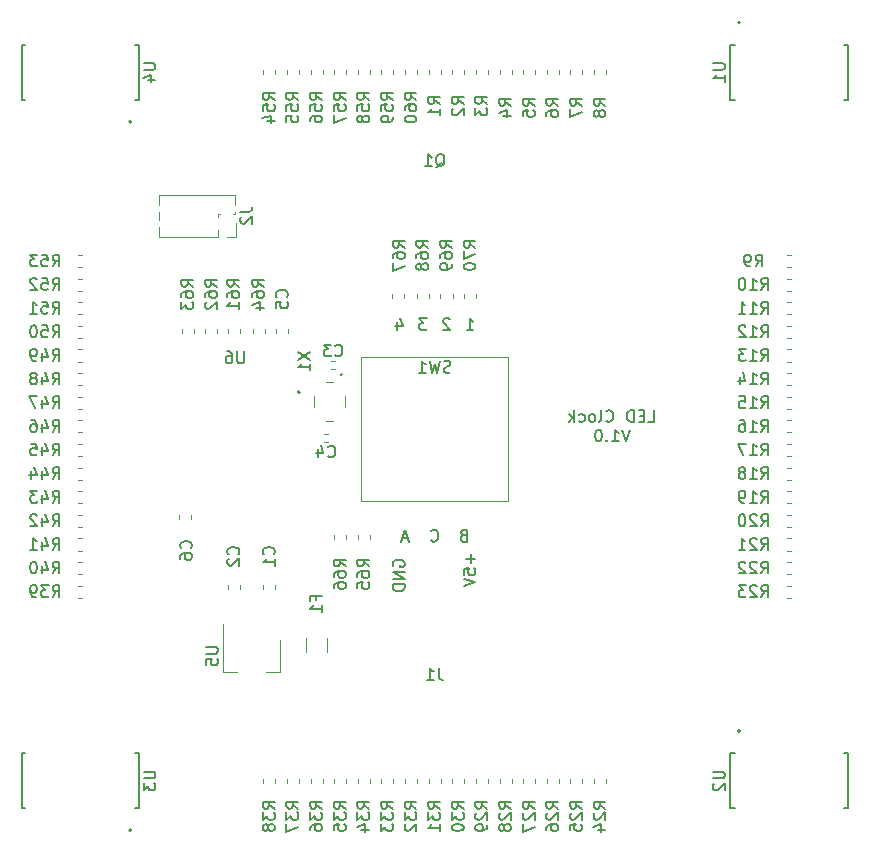
<source format=gbo>
G04 #@! TF.GenerationSoftware,KiCad,Pcbnew,(5.1.5-0-10_14)*
G04 #@! TF.CreationDate,2021-01-17T15:29:47+09:00*
G04 #@! TF.ProjectId,LedClock,4c656443-6c6f-4636-9b2e-6b696361645f,1.0*
G04 #@! TF.SameCoordinates,Original*
G04 #@! TF.FileFunction,Legend,Bot*
G04 #@! TF.FilePolarity,Positive*
%FSLAX46Y46*%
G04 Gerber Fmt 4.6, Leading zero omitted, Abs format (unit mm)*
G04 Created by KiCad (PCBNEW (5.1.5-0-10_14)) date 2021-01-17 15:29:47*
%MOMM*%
%LPD*%
G04 APERTURE LIST*
%ADD10C,0.150000*%
%ADD11C,0.120000*%
%ADD12C,0.200000*%
G04 APERTURE END LIST*
D10*
X18071428Y372619D02*
X18547619Y372619D01*
X18547619Y1372619D01*
X17738095Y896428D02*
X17404761Y896428D01*
X17261904Y372619D02*
X17738095Y372619D01*
X17738095Y1372619D01*
X17261904Y1372619D01*
X16833333Y372619D02*
X16833333Y1372619D01*
X16595238Y1372619D01*
X16452380Y1325000D01*
X16357142Y1229761D01*
X16309523Y1134523D01*
X16261904Y944047D01*
X16261904Y801190D01*
X16309523Y610714D01*
X16357142Y515476D01*
X16452380Y420238D01*
X16595238Y372619D01*
X16833333Y372619D01*
X14500000Y467857D02*
X14547619Y420238D01*
X14690476Y372619D01*
X14785714Y372619D01*
X14928571Y420238D01*
X15023809Y515476D01*
X15071428Y610714D01*
X15119047Y801190D01*
X15119047Y944047D01*
X15071428Y1134523D01*
X15023809Y1229761D01*
X14928571Y1325000D01*
X14785714Y1372619D01*
X14690476Y1372619D01*
X14547619Y1325000D01*
X14500000Y1277380D01*
X13928571Y372619D02*
X14023809Y420238D01*
X14071428Y515476D01*
X14071428Y1372619D01*
X13404761Y372619D02*
X13500000Y420238D01*
X13547619Y467857D01*
X13595238Y563095D01*
X13595238Y848809D01*
X13547619Y944047D01*
X13500000Y991666D01*
X13404761Y1039285D01*
X13261904Y1039285D01*
X13166666Y991666D01*
X13119047Y944047D01*
X13071428Y848809D01*
X13071428Y563095D01*
X13119047Y467857D01*
X13166666Y420238D01*
X13261904Y372619D01*
X13404761Y372619D01*
X12214285Y420238D02*
X12309523Y372619D01*
X12500000Y372619D01*
X12595238Y420238D01*
X12642857Y467857D01*
X12690476Y563095D01*
X12690476Y848809D01*
X12642857Y944047D01*
X12595238Y991666D01*
X12500000Y1039285D01*
X12309523Y1039285D01*
X12214285Y991666D01*
X11785714Y372619D02*
X11785714Y1372619D01*
X11690476Y753571D02*
X11404761Y372619D01*
X11404761Y1039285D02*
X11785714Y658333D01*
X16523809Y-277380D02*
X16190476Y-1277380D01*
X15857142Y-277380D01*
X15000000Y-1277380D02*
X15571428Y-1277380D01*
X15285714Y-1277380D02*
X15285714Y-277380D01*
X15380952Y-420238D01*
X15476190Y-515476D01*
X15571428Y-563095D01*
X14571428Y-1182142D02*
X14523809Y-1229761D01*
X14571428Y-1277380D01*
X14619047Y-1229761D01*
X14571428Y-1182142D01*
X14571428Y-1277380D01*
X13904761Y-277380D02*
X13809523Y-277380D01*
X13714285Y-325000D01*
X13666666Y-372619D01*
X13619047Y-467857D01*
X13571428Y-658333D01*
X13571428Y-896428D01*
X13619047Y-1086904D01*
X13666666Y-1182142D01*
X13714285Y-1229761D01*
X13809523Y-1277380D01*
X13904761Y-1277380D01*
X14000000Y-1229761D01*
X14047619Y-1182142D01*
X14095238Y-1086904D01*
X14142857Y-896428D01*
X14142857Y-658333D01*
X14095238Y-467857D01*
X14047619Y-372619D01*
X14000000Y-325000D01*
X13904761Y-277380D01*
D11*
X-16840000Y16070000D02*
X-16840000Y17200000D01*
X-17600000Y16070000D02*
X-16840000Y16070000D01*
X-16905000Y18777530D02*
X-16905000Y19600000D01*
X-16905000Y17960000D02*
X-16905000Y18162470D01*
X-17036529Y17960000D02*
X-16905000Y17960000D01*
X-18306529Y17960000D02*
X-18163471Y17960000D01*
X-18360000Y17763471D02*
X-18360000Y17906529D01*
X-18360000Y16070000D02*
X-18360000Y16636529D01*
X-16905000Y19600000D02*
X-23375000Y19600000D01*
X-18360000Y16070000D02*
X-23375000Y16070000D01*
X-23375000Y17507530D02*
X-23375000Y18162470D01*
X-23375000Y18777530D02*
X-23375000Y19600000D01*
X-23375000Y16070000D02*
X-23375000Y16892470D01*
D12*
X-7829289Y4370711D02*
G75*
G03X-7829289Y4370711I-70711J0D01*
G01*
D11*
X-9200000Y3750000D02*
X-8600000Y3750000D01*
X-10200000Y1600000D02*
X-10200000Y2600000D01*
X-8600000Y450000D02*
X-9200000Y450000D01*
X-7600000Y2600000D02*
X-7600000Y1600000D01*
D12*
X-11400000Y2900000D02*
G75*
G03X-11400000Y2900000I-100000J0D01*
G01*
D11*
X-17900000Y-20760000D02*
X-16700000Y-20760000D01*
X-17900000Y-16760000D02*
X-17900000Y-20760000D01*
X-13100000Y-20760000D02*
X-13100000Y-18060000D01*
X-14300000Y-20760000D02*
X-13100000Y-20760000D01*
D12*
X-25670000Y25800000D02*
G75*
G03X-25670000Y25800000I-100000J0D01*
G01*
D10*
X-25025000Y27675000D02*
X-25400000Y27675000D01*
X-25025000Y32325000D02*
X-25400000Y32325000D01*
X-34975000Y32325000D02*
X-34650000Y32325000D01*
X-34975000Y27675000D02*
X-34650000Y27675000D01*
X-25025000Y27675000D02*
X-25025000Y32325000D01*
X-34975000Y27675000D02*
X-34975000Y32325000D01*
D12*
X-25670000Y-34200000D02*
G75*
G03X-25670000Y-34200000I-100000J0D01*
G01*
D10*
X-25025000Y-32325000D02*
X-25400000Y-32325000D01*
X-25025000Y-27675000D02*
X-25400000Y-27675000D01*
X-34975000Y-27675000D02*
X-34650000Y-27675000D01*
X-34975000Y-32325000D02*
X-34650000Y-32325000D01*
X-25025000Y-32325000D02*
X-25025000Y-27675000D01*
X-34975000Y-32325000D02*
X-34975000Y-27675000D01*
D12*
X25870000Y-25800000D02*
G75*
G03X25870000Y-25800000I-100000J0D01*
G01*
D10*
X25025000Y-27675000D02*
X25400000Y-27675000D01*
X25025000Y-32325000D02*
X25400000Y-32325000D01*
X34975000Y-32325000D02*
X34650000Y-32325000D01*
X34975000Y-27675000D02*
X34650000Y-27675000D01*
X25025000Y-27675000D02*
X25025000Y-32325000D01*
X34975000Y-27675000D02*
X34975000Y-32325000D01*
D12*
X25870000Y34200000D02*
G75*
G03X25870000Y34200000I-100000J0D01*
G01*
D10*
X25025000Y32325000D02*
X25400000Y32325000D01*
X25025000Y27675000D02*
X25400000Y27675000D01*
X34975000Y27675000D02*
X34650000Y27675000D01*
X34975000Y32325000D02*
X34650000Y32325000D01*
X25025000Y32325000D02*
X25025000Y27675000D01*
X34975000Y32325000D02*
X34975000Y27675000D01*
D11*
X-6200000Y-6300000D02*
X-6200000Y5900000D01*
X6200000Y-6300000D02*
X-6200000Y-6300000D01*
X6200000Y5900000D02*
X6200000Y-6300000D01*
X-6200000Y5900000D02*
X6200000Y5900000D01*
X2490000Y10903733D02*
X2490000Y11246267D01*
X3510000Y10903733D02*
X3510000Y11246267D01*
X490000Y10903733D02*
X490000Y11246267D01*
X1510000Y10903733D02*
X1510000Y11246267D01*
X-1510000Y10903733D02*
X-1510000Y11246267D01*
X-490000Y10903733D02*
X-490000Y11246267D01*
X-3610000Y10903733D02*
X-3610000Y11246267D01*
X-2590000Y10903733D02*
X-2590000Y11246267D01*
X-7490000Y-9203733D02*
X-7490000Y-9546267D01*
X-8510000Y-9203733D02*
X-8510000Y-9546267D01*
X-5490000Y-9203733D02*
X-5490000Y-9546267D01*
X-6510000Y-9203733D02*
X-6510000Y-9546267D01*
X-15410000Y7903733D02*
X-15410000Y8246267D01*
X-14390000Y7903733D02*
X-14390000Y8246267D01*
X-21410000Y7903733D02*
X-21410000Y8246267D01*
X-20390000Y7903733D02*
X-20390000Y8246267D01*
X-19410000Y7903733D02*
X-19410000Y8246267D01*
X-18390000Y7903733D02*
X-18390000Y8246267D01*
X-17510000Y7903733D02*
X-17510000Y8246267D01*
X-16490000Y7903733D02*
X-16490000Y8246267D01*
X-2510000Y29828733D02*
X-2510000Y30171267D01*
X-1490000Y29828733D02*
X-1490000Y30171267D01*
X-4510000Y29828733D02*
X-4510000Y30171267D01*
X-3490000Y29828733D02*
X-3490000Y30171267D01*
X-6510000Y29828733D02*
X-6510000Y30171267D01*
X-5490000Y29828733D02*
X-5490000Y30171267D01*
X-8510000Y29828733D02*
X-8510000Y30171267D01*
X-7490000Y29828733D02*
X-7490000Y30171267D01*
X-10510000Y29828733D02*
X-10510000Y30171267D01*
X-9490000Y29828733D02*
X-9490000Y30171267D01*
X-12510000Y29828733D02*
X-12510000Y30171267D01*
X-11490000Y29828733D02*
X-11490000Y30171267D01*
X-14510000Y29828733D02*
X-14510000Y30171267D01*
X-13490000Y29828733D02*
X-13490000Y30171267D01*
X-29828733Y13490000D02*
X-30171267Y13490000D01*
X-29828733Y14510000D02*
X-30171267Y14510000D01*
X-29828733Y11490000D02*
X-30171267Y11490000D01*
X-29828733Y12510000D02*
X-30171267Y12510000D01*
X-29828733Y9490000D02*
X-30171267Y9490000D01*
X-29828733Y10510000D02*
X-30171267Y10510000D01*
X-29828733Y7490000D02*
X-30171267Y7490000D01*
X-29828733Y8510000D02*
X-30171267Y8510000D01*
X-29828733Y5490000D02*
X-30171267Y5490000D01*
X-29828733Y6510000D02*
X-30171267Y6510000D01*
X-29828733Y3490000D02*
X-30171267Y3490000D01*
X-29828733Y4510000D02*
X-30171267Y4510000D01*
X-29828733Y1490000D02*
X-30171267Y1490000D01*
X-29828733Y2510000D02*
X-30171267Y2510000D01*
X-29828733Y-510000D02*
X-30171267Y-510000D01*
X-29828733Y510000D02*
X-30171267Y510000D01*
X-29828733Y-2510000D02*
X-30171267Y-2510000D01*
X-29828733Y-1490000D02*
X-30171267Y-1490000D01*
X-29828733Y-4510000D02*
X-30171267Y-4510000D01*
X-29828733Y-3490000D02*
X-30171267Y-3490000D01*
X-29828733Y-6510000D02*
X-30171267Y-6510000D01*
X-29828733Y-5490000D02*
X-30171267Y-5490000D01*
X-29828733Y-8510000D02*
X-30171267Y-8510000D01*
X-29828733Y-7490000D02*
X-30171267Y-7490000D01*
X-29828733Y-10510000D02*
X-30171267Y-10510000D01*
X-29828733Y-9490000D02*
X-30171267Y-9490000D01*
X-29828733Y-12510000D02*
X-30171267Y-12510000D01*
X-29828733Y-11490000D02*
X-30171267Y-11490000D01*
X-29828733Y-14510000D02*
X-30171267Y-14510000D01*
X-29828733Y-13490000D02*
X-30171267Y-13490000D01*
X-13490000Y-29828733D02*
X-13490000Y-30171267D01*
X-14510000Y-29828733D02*
X-14510000Y-30171267D01*
X-11490000Y-29828733D02*
X-11490000Y-30171267D01*
X-12510000Y-29828733D02*
X-12510000Y-30171267D01*
X-9490000Y-29828733D02*
X-9490000Y-30171267D01*
X-10510000Y-29828733D02*
X-10510000Y-30171267D01*
X-7490000Y-29828733D02*
X-7490000Y-30171267D01*
X-8510000Y-29828733D02*
X-8510000Y-30171267D01*
X-5490000Y-29828733D02*
X-5490000Y-30171267D01*
X-6510000Y-29828733D02*
X-6510000Y-30171267D01*
X-3490000Y-29828733D02*
X-3490000Y-30171267D01*
X-4510000Y-29828733D02*
X-4510000Y-30171267D01*
X-1490000Y-29828733D02*
X-1490000Y-30171267D01*
X-2510000Y-29828733D02*
X-2510000Y-30171267D01*
X510000Y-29828733D02*
X510000Y-30171267D01*
X-510000Y-29828733D02*
X-510000Y-30171267D01*
X2510000Y-29828733D02*
X2510000Y-30171267D01*
X1490000Y-29828733D02*
X1490000Y-30171267D01*
X4510000Y-29828733D02*
X4510000Y-30171267D01*
X3490000Y-29828733D02*
X3490000Y-30171267D01*
X6510000Y-29828733D02*
X6510000Y-30171267D01*
X5490000Y-29828733D02*
X5490000Y-30171267D01*
X8510000Y-29828733D02*
X8510000Y-30171267D01*
X7490000Y-29828733D02*
X7490000Y-30171267D01*
X10510000Y-29828733D02*
X10510000Y-30171267D01*
X9490000Y-29828733D02*
X9490000Y-30171267D01*
X12510000Y-29828733D02*
X12510000Y-30171267D01*
X11490000Y-29828733D02*
X11490000Y-30171267D01*
X14510000Y-29828733D02*
X14510000Y-30171267D01*
X13490000Y-29828733D02*
X13490000Y-30171267D01*
X29828733Y-13490000D02*
X30171267Y-13490000D01*
X29828733Y-14510000D02*
X30171267Y-14510000D01*
X29828733Y-11490000D02*
X30171267Y-11490000D01*
X29828733Y-12510000D02*
X30171267Y-12510000D01*
X29828733Y-9490000D02*
X30171267Y-9490000D01*
X29828733Y-10510000D02*
X30171267Y-10510000D01*
X29828733Y-7490000D02*
X30171267Y-7490000D01*
X29828733Y-8510000D02*
X30171267Y-8510000D01*
X29828733Y-5490000D02*
X30171267Y-5490000D01*
X29828733Y-6510000D02*
X30171267Y-6510000D01*
X29828733Y-3490000D02*
X30171267Y-3490000D01*
X29828733Y-4510000D02*
X30171267Y-4510000D01*
X29828733Y-1490000D02*
X30171267Y-1490000D01*
X29828733Y-2510000D02*
X30171267Y-2510000D01*
X29828733Y510000D02*
X30171267Y510000D01*
X29828733Y-510000D02*
X30171267Y-510000D01*
X29828733Y2510000D02*
X30171267Y2510000D01*
X29828733Y1490000D02*
X30171267Y1490000D01*
X29828733Y4510000D02*
X30171267Y4510000D01*
X29828733Y3490000D02*
X30171267Y3490000D01*
X29828733Y6510000D02*
X30171267Y6510000D01*
X29828733Y5490000D02*
X30171267Y5490000D01*
X29828733Y8510000D02*
X30171267Y8510000D01*
X29828733Y7490000D02*
X30171267Y7490000D01*
X29828733Y10510000D02*
X30171267Y10510000D01*
X29828733Y9490000D02*
X30171267Y9490000D01*
X29828733Y12510000D02*
X30171267Y12510000D01*
X29828733Y11490000D02*
X30171267Y11490000D01*
X29828733Y14510000D02*
X30171267Y14510000D01*
X29828733Y13490000D02*
X30171267Y13490000D01*
X13490000Y29828733D02*
X13490000Y30171267D01*
X14510000Y29828733D02*
X14510000Y30171267D01*
X11490000Y29828733D02*
X11490000Y30171267D01*
X12510000Y29828733D02*
X12510000Y30171267D01*
X9490000Y29828733D02*
X9490000Y30171267D01*
X10510000Y29828733D02*
X10510000Y30171267D01*
X7490000Y29828733D02*
X7490000Y30171267D01*
X8510000Y29828733D02*
X8510000Y30171267D01*
X5490000Y29828733D02*
X5490000Y30171267D01*
X6510000Y29828733D02*
X6510000Y30171267D01*
X3490000Y29828733D02*
X3490000Y30171267D01*
X4510000Y29828733D02*
X4510000Y30171267D01*
X1490000Y29828733D02*
X1490000Y30171267D01*
X2510000Y29828733D02*
X2510000Y30171267D01*
X-510000Y29828733D02*
X-510000Y30171267D01*
X510000Y29828733D02*
X510000Y30171267D01*
X-9090000Y-17910436D02*
X-9090000Y-19114564D01*
X-10910000Y-17910436D02*
X-10910000Y-19114564D01*
X-20590000Y-7503733D02*
X-20590000Y-7846267D01*
X-21610000Y-7503733D02*
X-21610000Y-7846267D01*
X-12390000Y8246267D02*
X-12390000Y7903733D01*
X-13410000Y8246267D02*
X-13410000Y7903733D01*
X-9350000Y-650000D02*
X-9050000Y-650000D01*
X-9350000Y-1350000D02*
X-9050000Y-1350000D01*
X-8450000Y4850000D02*
X-8750000Y4850000D01*
X-8450000Y5550000D02*
X-8750000Y5550000D01*
X-17510000Y-13796267D02*
X-17510000Y-13453733D01*
X-16490000Y-13796267D02*
X-16490000Y-13453733D01*
X-14510000Y-13796267D02*
X-14510000Y-13453733D01*
X-13490000Y-13796267D02*
X-13490000Y-13453733D01*
D10*
X95238Y21952380D02*
X190476Y22000000D01*
X285714Y22095238D01*
X428571Y22238095D01*
X523809Y22285714D01*
X619047Y22285714D01*
X571428Y22047619D02*
X666666Y22095238D01*
X761904Y22190476D01*
X809523Y22380952D01*
X809523Y22714285D01*
X761904Y22904761D01*
X666666Y23000000D01*
X571428Y23047619D01*
X380952Y23047619D01*
X285714Y23000000D01*
X190476Y22904761D01*
X142857Y22714285D01*
X142857Y22380952D01*
X190476Y22190476D01*
X285714Y22095238D01*
X380952Y22047619D01*
X571428Y22047619D01*
X-809523Y22047619D02*
X-238095Y22047619D01*
X-523809Y22047619D02*
X-523809Y23047619D01*
X-428571Y22904761D01*
X-333333Y22809523D01*
X-238095Y22761904D01*
X-16452619Y18168333D02*
X-15738333Y18168333D01*
X-15595476Y18215952D01*
X-15500238Y18311190D01*
X-15452619Y18454047D01*
X-15452619Y18549285D01*
X-16357380Y17739761D02*
X-16405000Y17692142D01*
X-16452619Y17596904D01*
X-16452619Y17358809D01*
X-16405000Y17263571D01*
X-16357380Y17215952D01*
X-16262142Y17168333D01*
X-16166904Y17168333D01*
X-16024047Y17215952D01*
X-15452619Y17787380D01*
X-15452619Y17168333D01*
X-11547619Y6309523D02*
X-10547619Y5642857D01*
X-11547619Y5642857D02*
X-10547619Y6309523D01*
X-10547619Y4738095D02*
X-10547619Y5309523D01*
X-10547619Y5023809D02*
X-11547619Y5023809D01*
X-11404761Y5119047D01*
X-11309523Y5214285D01*
X-11261904Y5309523D01*
X-16138095Y6347619D02*
X-16138095Y5538095D01*
X-16185714Y5442857D01*
X-16233333Y5395238D01*
X-16328571Y5347619D01*
X-16519047Y5347619D01*
X-16614285Y5395238D01*
X-16661904Y5442857D01*
X-16709523Y5538095D01*
X-16709523Y6347619D01*
X-17614285Y6347619D02*
X-17423809Y6347619D01*
X-17328571Y6300000D01*
X-17280952Y6252380D01*
X-17185714Y6109523D01*
X-17138095Y5919047D01*
X-17138095Y5538095D01*
X-17185714Y5442857D01*
X-17233333Y5395238D01*
X-17328571Y5347619D01*
X-17519047Y5347619D01*
X-17614285Y5395238D01*
X-17661904Y5442857D01*
X-17709523Y5538095D01*
X-17709523Y5776190D01*
X-17661904Y5871428D01*
X-17614285Y5919047D01*
X-17519047Y5966666D01*
X-17328571Y5966666D01*
X-17233333Y5919047D01*
X-17185714Y5871428D01*
X-17138095Y5776190D01*
X-19347619Y-18668095D02*
X-18538095Y-18668095D01*
X-18442857Y-18715714D01*
X-18395238Y-18763333D01*
X-18347619Y-18858571D01*
X-18347619Y-19049047D01*
X-18395238Y-19144285D01*
X-18442857Y-19191904D01*
X-18538095Y-19239523D01*
X-19347619Y-19239523D01*
X-19347619Y-20191904D02*
X-19347619Y-19715714D01*
X-18871428Y-19668095D01*
X-18919047Y-19715714D01*
X-18966666Y-19810952D01*
X-18966666Y-20049047D01*
X-18919047Y-20144285D01*
X-18871428Y-20191904D01*
X-18776190Y-20239523D01*
X-18538095Y-20239523D01*
X-18442857Y-20191904D01*
X-18395238Y-20144285D01*
X-18347619Y-20049047D01*
X-18347619Y-19810952D01*
X-18395238Y-19715714D01*
X-18442857Y-19668095D01*
X-24647619Y30761904D02*
X-23838095Y30761904D01*
X-23742857Y30714285D01*
X-23695238Y30666666D01*
X-23647619Y30571428D01*
X-23647619Y30380952D01*
X-23695238Y30285714D01*
X-23742857Y30238095D01*
X-23838095Y30190476D01*
X-24647619Y30190476D01*
X-24314285Y29285714D02*
X-23647619Y29285714D01*
X-24695238Y29523809D02*
X-23980952Y29761904D01*
X-23980952Y29142857D01*
X-24647619Y-29238095D02*
X-23838095Y-29238095D01*
X-23742857Y-29285714D01*
X-23695238Y-29333333D01*
X-23647619Y-29428571D01*
X-23647619Y-29619047D01*
X-23695238Y-29714285D01*
X-23742857Y-29761904D01*
X-23838095Y-29809523D01*
X-24647619Y-29809523D01*
X-24647619Y-30190476D02*
X-24647619Y-30809523D01*
X-24266666Y-30476190D01*
X-24266666Y-30619047D01*
X-24219047Y-30714285D01*
X-24171428Y-30761904D01*
X-24076190Y-30809523D01*
X-23838095Y-30809523D01*
X-23742857Y-30761904D01*
X-23695238Y-30714285D01*
X-23647619Y-30619047D01*
X-23647619Y-30333333D01*
X-23695238Y-30238095D01*
X-23742857Y-30190476D01*
X23552380Y-29238095D02*
X24361904Y-29238095D01*
X24457142Y-29285714D01*
X24504761Y-29333333D01*
X24552380Y-29428571D01*
X24552380Y-29619047D01*
X24504761Y-29714285D01*
X24457142Y-29761904D01*
X24361904Y-29809523D01*
X23552380Y-29809523D01*
X23647619Y-30238095D02*
X23600000Y-30285714D01*
X23552380Y-30380952D01*
X23552380Y-30619047D01*
X23600000Y-30714285D01*
X23647619Y-30761904D01*
X23742857Y-30809523D01*
X23838095Y-30809523D01*
X23980952Y-30761904D01*
X24552380Y-30190476D01*
X24552380Y-30809523D01*
X23552380Y30761904D02*
X24361904Y30761904D01*
X24457142Y30714285D01*
X24504761Y30666666D01*
X24552380Y30571428D01*
X24552380Y30380952D01*
X24504761Y30285714D01*
X24457142Y30238095D01*
X24361904Y30190476D01*
X23552380Y30190476D01*
X24552380Y29190476D02*
X24552380Y29761904D01*
X24552380Y29476190D02*
X23552380Y29476190D01*
X23695238Y29571428D01*
X23790476Y29666666D01*
X23838095Y29761904D01*
X1333333Y4595238D02*
X1190476Y4547619D01*
X952380Y4547619D01*
X857142Y4595238D01*
X809523Y4642857D01*
X761904Y4738095D01*
X761904Y4833333D01*
X809523Y4928571D01*
X857142Y4976190D01*
X952380Y5023809D01*
X1142857Y5071428D01*
X1238095Y5119047D01*
X1285714Y5166666D01*
X1333333Y5261904D01*
X1333333Y5357142D01*
X1285714Y5452380D01*
X1238095Y5500000D01*
X1142857Y5547619D01*
X904761Y5547619D01*
X761904Y5500000D01*
X428571Y5547619D02*
X190476Y4547619D01*
X0Y5261904D01*
X-190476Y4547619D01*
X-428571Y5547619D01*
X-1333333Y4547619D02*
X-761904Y4547619D01*
X-1047619Y4547619D02*
X-1047619Y5547619D01*
X-952380Y5404761D01*
X-857142Y5309523D01*
X-761904Y5261904D01*
X-3190476Y8814285D02*
X-3190476Y8147619D01*
X-2952380Y9195238D02*
X-2714285Y8480952D01*
X-3333333Y8480952D01*
X-666666Y9147619D02*
X-1285714Y9147619D01*
X-952380Y8766666D01*
X-1095238Y8766666D01*
X-1190476Y8719047D01*
X-1238095Y8671428D01*
X-1285714Y8576190D01*
X-1285714Y8338095D01*
X-1238095Y8242857D01*
X-1190476Y8195238D01*
X-1095238Y8147619D01*
X-809523Y8147619D01*
X-714285Y8195238D01*
X-666666Y8242857D01*
X1285714Y9052380D02*
X1238095Y9100000D01*
X1142857Y9147619D01*
X904761Y9147619D01*
X809523Y9100000D01*
X761904Y9052380D01*
X714285Y8957142D01*
X714285Y8861904D01*
X761904Y8719047D01*
X1333333Y8147619D01*
X714285Y8147619D01*
X2714285Y8147619D02*
X3285714Y8147619D01*
X3000000Y8147619D02*
X3000000Y9147619D01*
X3095238Y9004761D01*
X3190476Y8909523D01*
X3285714Y8861904D01*
X2428571Y-9228571D02*
X2285714Y-9276190D01*
X2238095Y-9323809D01*
X2190476Y-9419047D01*
X2190476Y-9561904D01*
X2238095Y-9657142D01*
X2285714Y-9704761D01*
X2380952Y-9752380D01*
X2761904Y-9752380D01*
X2761904Y-8752380D01*
X2428571Y-8752380D01*
X2333333Y-8800000D01*
X2285714Y-8847619D01*
X2238095Y-8942857D01*
X2238095Y-9038095D01*
X2285714Y-9133333D01*
X2333333Y-9180952D01*
X2428571Y-9228571D01*
X2761904Y-9228571D01*
X-309523Y-9657142D02*
X-261904Y-9704761D01*
X-119047Y-9752380D01*
X-23809Y-9752380D01*
X119047Y-9704761D01*
X214285Y-9609523D01*
X261904Y-9514285D01*
X309523Y-9323809D01*
X309523Y-9180952D01*
X261904Y-8990476D01*
X214285Y-8895238D01*
X119047Y-8800000D01*
X-23809Y-8752380D01*
X-119047Y-8752380D01*
X-261904Y-8800000D01*
X-309523Y-8847619D01*
X-2261904Y-9466666D02*
X-2738095Y-9466666D01*
X-2166666Y-9752380D02*
X-2500000Y-8752380D01*
X-2833333Y-9752380D01*
X3452380Y15142857D02*
X2976190Y15476190D01*
X3452380Y15714285D02*
X2452380Y15714285D01*
X2452380Y15333333D01*
X2500000Y15238095D01*
X2547619Y15190476D01*
X2642857Y15142857D01*
X2785714Y15142857D01*
X2880952Y15190476D01*
X2928571Y15238095D01*
X2976190Y15333333D01*
X2976190Y15714285D01*
X2452380Y14809523D02*
X2452380Y14142857D01*
X3452380Y14571428D01*
X2452380Y13571428D02*
X2452380Y13476190D01*
X2500000Y13380952D01*
X2547619Y13333333D01*
X2642857Y13285714D01*
X2833333Y13238095D01*
X3071428Y13238095D01*
X3261904Y13285714D01*
X3357142Y13333333D01*
X3404761Y13380952D01*
X3452380Y13476190D01*
X3452380Y13571428D01*
X3404761Y13666666D01*
X3357142Y13714285D01*
X3261904Y13761904D01*
X3071428Y13809523D01*
X2833333Y13809523D01*
X2642857Y13761904D01*
X2547619Y13714285D01*
X2500000Y13666666D01*
X2452380Y13571428D01*
X1452380Y15142857D02*
X976190Y15476190D01*
X1452380Y15714285D02*
X452380Y15714285D01*
X452380Y15333333D01*
X500000Y15238095D01*
X547619Y15190476D01*
X642857Y15142857D01*
X785714Y15142857D01*
X880952Y15190476D01*
X928571Y15238095D01*
X976190Y15333333D01*
X976190Y15714285D01*
X452380Y14285714D02*
X452380Y14476190D01*
X500000Y14571428D01*
X547619Y14619047D01*
X690476Y14714285D01*
X880952Y14761904D01*
X1261904Y14761904D01*
X1357142Y14714285D01*
X1404761Y14666666D01*
X1452380Y14571428D01*
X1452380Y14380952D01*
X1404761Y14285714D01*
X1357142Y14238095D01*
X1261904Y14190476D01*
X1023809Y14190476D01*
X928571Y14238095D01*
X880952Y14285714D01*
X833333Y14380952D01*
X833333Y14571428D01*
X880952Y14666666D01*
X928571Y14714285D01*
X1023809Y14761904D01*
X1452380Y13714285D02*
X1452380Y13523809D01*
X1404761Y13428571D01*
X1357142Y13380952D01*
X1214285Y13285714D01*
X1023809Y13238095D01*
X642857Y13238095D01*
X547619Y13285714D01*
X499999Y13333333D01*
X452380Y13428571D01*
X452380Y13619047D01*
X499999Y13714285D01*
X547619Y13761904D01*
X642857Y13809523D01*
X880952Y13809523D01*
X976190Y13761904D01*
X1023809Y13714285D01*
X1071428Y13619047D01*
X1071428Y13428571D01*
X1023809Y13333333D01*
X976190Y13285714D01*
X880952Y13238095D01*
X-547619Y15142857D02*
X-1023809Y15476190D01*
X-547619Y15714285D02*
X-1547619Y15714285D01*
X-1547619Y15333333D01*
X-1500000Y15238095D01*
X-1452380Y15190476D01*
X-1357142Y15142857D01*
X-1214285Y15142857D01*
X-1119047Y15190476D01*
X-1071428Y15238095D01*
X-1023809Y15333333D01*
X-1023809Y15714285D01*
X-1547619Y14285714D02*
X-1547619Y14476190D01*
X-1500000Y14571428D01*
X-1452380Y14619047D01*
X-1309523Y14714285D01*
X-1119047Y14761904D01*
X-738095Y14761904D01*
X-642857Y14714285D01*
X-595238Y14666666D01*
X-547619Y14571428D01*
X-547619Y14380952D01*
X-595238Y14285714D01*
X-642857Y14238095D01*
X-738095Y14190476D01*
X-976190Y14190476D01*
X-1071428Y14238095D01*
X-1119047Y14285714D01*
X-1166666Y14380952D01*
X-1166666Y14571428D01*
X-1119047Y14666666D01*
X-1071428Y14714285D01*
X-976190Y14761904D01*
X-1119047Y13619047D02*
X-1166666Y13714285D01*
X-1214285Y13761904D01*
X-1309523Y13809523D01*
X-1357142Y13809523D01*
X-1452380Y13761904D01*
X-1500000Y13714285D01*
X-1547619Y13619047D01*
X-1547619Y13428571D01*
X-1500000Y13333333D01*
X-1452380Y13285714D01*
X-1357142Y13238095D01*
X-1309523Y13238095D01*
X-1214285Y13285714D01*
X-1166666Y13333333D01*
X-1119047Y13428571D01*
X-1119047Y13619047D01*
X-1071428Y13714285D01*
X-1023809Y13761904D01*
X-928571Y13809523D01*
X-738095Y13809523D01*
X-642857Y13761904D01*
X-595238Y13714285D01*
X-547619Y13619047D01*
X-547619Y13428571D01*
X-595238Y13333333D01*
X-642857Y13285714D01*
X-738095Y13238095D01*
X-928571Y13238095D01*
X-1023809Y13285714D01*
X-1071428Y13333333D01*
X-1119047Y13428571D01*
X-2547619Y15142857D02*
X-3023809Y15476190D01*
X-2547619Y15714285D02*
X-3547619Y15714285D01*
X-3547619Y15333333D01*
X-3500000Y15238095D01*
X-3452380Y15190476D01*
X-3357142Y15142857D01*
X-3214285Y15142857D01*
X-3119047Y15190476D01*
X-3071428Y15238095D01*
X-3023809Y15333333D01*
X-3023809Y15714285D01*
X-3547619Y14285714D02*
X-3547619Y14476190D01*
X-3500000Y14571428D01*
X-3452380Y14619047D01*
X-3309523Y14714285D01*
X-3119047Y14761904D01*
X-2738095Y14761904D01*
X-2642857Y14714285D01*
X-2595238Y14666666D01*
X-2547619Y14571428D01*
X-2547619Y14380952D01*
X-2595238Y14285714D01*
X-2642857Y14238095D01*
X-2738095Y14190476D01*
X-2976190Y14190476D01*
X-3071428Y14238095D01*
X-3119047Y14285714D01*
X-3166666Y14380952D01*
X-3166666Y14571428D01*
X-3119047Y14666666D01*
X-3071428Y14714285D01*
X-2976190Y14761904D01*
X-3547619Y13857142D02*
X-3547619Y13190476D01*
X-2547619Y13619047D01*
X-7547619Y-11857142D02*
X-8023809Y-11523809D01*
X-7547619Y-11285714D02*
X-8547619Y-11285714D01*
X-8547619Y-11666666D01*
X-8500000Y-11761904D01*
X-8452380Y-11809523D01*
X-8357142Y-11857142D01*
X-8214285Y-11857142D01*
X-8119047Y-11809523D01*
X-8071428Y-11761904D01*
X-8023809Y-11666666D01*
X-8023809Y-11285714D01*
X-8547619Y-12714285D02*
X-8547619Y-12523809D01*
X-8500000Y-12428571D01*
X-8452380Y-12380952D01*
X-8309523Y-12285714D01*
X-8119047Y-12238095D01*
X-7738095Y-12238095D01*
X-7642857Y-12285714D01*
X-7595238Y-12333333D01*
X-7547619Y-12428571D01*
X-7547619Y-12619047D01*
X-7595238Y-12714285D01*
X-7642857Y-12761904D01*
X-7738095Y-12809523D01*
X-7976190Y-12809523D01*
X-8071428Y-12761904D01*
X-8119047Y-12714285D01*
X-8166666Y-12619047D01*
X-8166666Y-12428571D01*
X-8119047Y-12333333D01*
X-8071428Y-12285714D01*
X-7976190Y-12238095D01*
X-8547619Y-13666666D02*
X-8547619Y-13476190D01*
X-8500000Y-13380952D01*
X-8452380Y-13333333D01*
X-8309523Y-13238095D01*
X-8119047Y-13190476D01*
X-7738095Y-13190476D01*
X-7642857Y-13238095D01*
X-7595238Y-13285714D01*
X-7547619Y-13380952D01*
X-7547619Y-13571428D01*
X-7595238Y-13666666D01*
X-7642857Y-13714285D01*
X-7738095Y-13761904D01*
X-7976190Y-13761904D01*
X-8071428Y-13714285D01*
X-8119047Y-13666666D01*
X-8166666Y-13571428D01*
X-8166666Y-13380952D01*
X-8119047Y-13285714D01*
X-8071428Y-13238095D01*
X-7976190Y-13190476D01*
X-5547619Y-11857142D02*
X-6023809Y-11523809D01*
X-5547619Y-11285714D02*
X-6547619Y-11285714D01*
X-6547619Y-11666666D01*
X-6500000Y-11761904D01*
X-6452380Y-11809523D01*
X-6357142Y-11857142D01*
X-6214285Y-11857142D01*
X-6119047Y-11809523D01*
X-6071428Y-11761904D01*
X-6023809Y-11666666D01*
X-6023809Y-11285714D01*
X-6547619Y-12714285D02*
X-6547619Y-12523809D01*
X-6500000Y-12428571D01*
X-6452380Y-12380952D01*
X-6309523Y-12285714D01*
X-6119047Y-12238095D01*
X-5738095Y-12238095D01*
X-5642857Y-12285714D01*
X-5595238Y-12333333D01*
X-5547619Y-12428571D01*
X-5547619Y-12619047D01*
X-5595238Y-12714285D01*
X-5642857Y-12761904D01*
X-5738095Y-12809523D01*
X-5976190Y-12809523D01*
X-6071428Y-12761904D01*
X-6119047Y-12714285D01*
X-6166666Y-12619047D01*
X-6166666Y-12428571D01*
X-6119047Y-12333333D01*
X-6071428Y-12285714D01*
X-5976190Y-12238095D01*
X-6547619Y-13714285D02*
X-6547619Y-13238095D01*
X-6071428Y-13190476D01*
X-6119047Y-13238095D01*
X-6166666Y-13333333D01*
X-6166666Y-13571428D01*
X-6119047Y-13666666D01*
X-6071428Y-13714285D01*
X-5976190Y-13761904D01*
X-5738095Y-13761904D01*
X-5642857Y-13714285D01*
X-5595238Y-13666666D01*
X-5547619Y-13571428D01*
X-5547619Y-13333333D01*
X-5595238Y-13238095D01*
X-5642857Y-13190476D01*
X-14447619Y11842857D02*
X-14923809Y12176190D01*
X-14447619Y12414285D02*
X-15447619Y12414285D01*
X-15447619Y12033333D01*
X-15400000Y11938095D01*
X-15352380Y11890476D01*
X-15257142Y11842857D01*
X-15114285Y11842857D01*
X-15019047Y11890476D01*
X-14971428Y11938095D01*
X-14923809Y12033333D01*
X-14923809Y12414285D01*
X-15447619Y10985714D02*
X-15447619Y11176190D01*
X-15400000Y11271428D01*
X-15352380Y11319047D01*
X-15209523Y11414285D01*
X-15019047Y11461904D01*
X-14638095Y11461904D01*
X-14542857Y11414285D01*
X-14495238Y11366666D01*
X-14447619Y11271428D01*
X-14447619Y11080952D01*
X-14495238Y10985714D01*
X-14542857Y10938095D01*
X-14638095Y10890476D01*
X-14876190Y10890476D01*
X-14971428Y10938095D01*
X-15019047Y10985714D01*
X-15066666Y11080952D01*
X-15066666Y11271428D01*
X-15019047Y11366666D01*
X-14971428Y11414285D01*
X-14876190Y11461904D01*
X-15114285Y10033333D02*
X-14447619Y10033333D01*
X-15495238Y10271428D02*
X-14780952Y10509523D01*
X-14780952Y9890476D01*
X-20447619Y11842857D02*
X-20923809Y12176190D01*
X-20447619Y12414285D02*
X-21447619Y12414285D01*
X-21447619Y12033333D01*
X-21400000Y11938095D01*
X-21352380Y11890476D01*
X-21257142Y11842857D01*
X-21114285Y11842857D01*
X-21019047Y11890476D01*
X-20971428Y11938095D01*
X-20923809Y12033333D01*
X-20923809Y12414285D01*
X-21447619Y10985714D02*
X-21447619Y11176190D01*
X-21400000Y11271428D01*
X-21352380Y11319047D01*
X-21209523Y11414285D01*
X-21019047Y11461904D01*
X-20638095Y11461904D01*
X-20542857Y11414285D01*
X-20495238Y11366666D01*
X-20447619Y11271428D01*
X-20447619Y11080952D01*
X-20495238Y10985714D01*
X-20542857Y10938095D01*
X-20638095Y10890476D01*
X-20876190Y10890476D01*
X-20971428Y10938095D01*
X-21019047Y10985714D01*
X-21066666Y11080952D01*
X-21066666Y11271428D01*
X-21019047Y11366666D01*
X-20971428Y11414285D01*
X-20876190Y11461904D01*
X-21447619Y10557142D02*
X-21447619Y9938095D01*
X-21066666Y10271428D01*
X-21066666Y10128571D01*
X-21019047Y10033333D01*
X-20971428Y9985714D01*
X-20876190Y9938095D01*
X-20638095Y9938095D01*
X-20542857Y9985714D01*
X-20495238Y10033333D01*
X-20447619Y10128571D01*
X-20447619Y10414285D01*
X-20495238Y10509523D01*
X-20542857Y10557142D01*
X-18447619Y11842857D02*
X-18923809Y12176190D01*
X-18447619Y12414285D02*
X-19447619Y12414285D01*
X-19447619Y12033333D01*
X-19400000Y11938095D01*
X-19352380Y11890476D01*
X-19257142Y11842857D01*
X-19114285Y11842857D01*
X-19019047Y11890476D01*
X-18971428Y11938095D01*
X-18923809Y12033333D01*
X-18923809Y12414285D01*
X-19447619Y10985714D02*
X-19447619Y11176190D01*
X-19400000Y11271428D01*
X-19352380Y11319047D01*
X-19209523Y11414285D01*
X-19019047Y11461904D01*
X-18638095Y11461904D01*
X-18542857Y11414285D01*
X-18495238Y11366666D01*
X-18447619Y11271428D01*
X-18447619Y11080952D01*
X-18495238Y10985714D01*
X-18542857Y10938095D01*
X-18638095Y10890476D01*
X-18876190Y10890476D01*
X-18971428Y10938095D01*
X-19019047Y10985714D01*
X-19066666Y11080952D01*
X-19066666Y11271428D01*
X-19019047Y11366666D01*
X-18971428Y11414285D01*
X-18876190Y11461904D01*
X-19352380Y10509523D02*
X-19400000Y10461904D01*
X-19447619Y10366666D01*
X-19447619Y10128571D01*
X-19400000Y10033333D01*
X-19352380Y9985714D01*
X-19257142Y9938095D01*
X-19161904Y9938095D01*
X-19019047Y9985714D01*
X-18447619Y10557142D01*
X-18447619Y9938095D01*
X-16547619Y11842857D02*
X-17023809Y12176190D01*
X-16547619Y12414285D02*
X-17547619Y12414285D01*
X-17547619Y12033333D01*
X-17500000Y11938095D01*
X-17452380Y11890476D01*
X-17357142Y11842857D01*
X-17214285Y11842857D01*
X-17119047Y11890476D01*
X-17071428Y11938095D01*
X-17023809Y12033333D01*
X-17023809Y12414285D01*
X-17547619Y10985714D02*
X-17547619Y11176190D01*
X-17500000Y11271428D01*
X-17452380Y11319047D01*
X-17309523Y11414285D01*
X-17119047Y11461904D01*
X-16738095Y11461904D01*
X-16642857Y11414285D01*
X-16595238Y11366666D01*
X-16547619Y11271428D01*
X-16547619Y11080952D01*
X-16595238Y10985714D01*
X-16642857Y10938095D01*
X-16738095Y10890476D01*
X-16976190Y10890476D01*
X-17071428Y10938095D01*
X-17119047Y10985714D01*
X-17166666Y11080952D01*
X-17166666Y11271428D01*
X-17119047Y11366666D01*
X-17071428Y11414285D01*
X-16976190Y11461904D01*
X-16547619Y9938095D02*
X-16547619Y10509523D01*
X-16547619Y10223809D02*
X-17547619Y10223809D01*
X-17404761Y10319047D01*
X-17309523Y10414285D01*
X-17261904Y10509523D01*
X-1547619Y27642857D02*
X-2023809Y27976190D01*
X-1547619Y28214285D02*
X-2547619Y28214285D01*
X-2547619Y27833333D01*
X-2500000Y27738095D01*
X-2452380Y27690476D01*
X-2357142Y27642857D01*
X-2214285Y27642857D01*
X-2119047Y27690476D01*
X-2071428Y27738095D01*
X-2023809Y27833333D01*
X-2023809Y28214285D01*
X-2547619Y26785714D02*
X-2547619Y26976190D01*
X-2500000Y27071428D01*
X-2452380Y27119047D01*
X-2309523Y27214285D01*
X-2119047Y27261904D01*
X-1738095Y27261904D01*
X-1642857Y27214285D01*
X-1595238Y27166666D01*
X-1547619Y27071428D01*
X-1547619Y26880952D01*
X-1595238Y26785714D01*
X-1642857Y26738095D01*
X-1738095Y26690476D01*
X-1976190Y26690476D01*
X-2071428Y26738095D01*
X-2119047Y26785714D01*
X-2166666Y26880952D01*
X-2166666Y27071428D01*
X-2119047Y27166666D01*
X-2071428Y27214285D01*
X-1976190Y27261904D01*
X-2547619Y26071428D02*
X-2547619Y25976190D01*
X-2500000Y25880952D01*
X-2452380Y25833333D01*
X-2357142Y25785714D01*
X-2166666Y25738095D01*
X-1928571Y25738095D01*
X-1738095Y25785714D01*
X-1642857Y25833333D01*
X-1595238Y25880952D01*
X-1547619Y25976190D01*
X-1547619Y26071428D01*
X-1595238Y26166666D01*
X-1642857Y26214285D01*
X-1738095Y26261904D01*
X-1928571Y26309523D01*
X-2166666Y26309523D01*
X-2357142Y26261904D01*
X-2452380Y26214285D01*
X-2500000Y26166666D01*
X-2547619Y26071428D01*
X-3547619Y27642857D02*
X-4023809Y27976190D01*
X-3547619Y28214285D02*
X-4547619Y28214285D01*
X-4547619Y27833333D01*
X-4500000Y27738095D01*
X-4452380Y27690476D01*
X-4357142Y27642857D01*
X-4214285Y27642857D01*
X-4119047Y27690476D01*
X-4071428Y27738095D01*
X-4023809Y27833333D01*
X-4023809Y28214285D01*
X-4547619Y26738095D02*
X-4547619Y27214285D01*
X-4071428Y27261904D01*
X-4119047Y27214285D01*
X-4166666Y27119047D01*
X-4166666Y26880952D01*
X-4119047Y26785714D01*
X-4071428Y26738095D01*
X-3976190Y26690476D01*
X-3738095Y26690476D01*
X-3642857Y26738095D01*
X-3595238Y26785714D01*
X-3547619Y26880952D01*
X-3547619Y27119047D01*
X-3595238Y27214285D01*
X-3642857Y27261904D01*
X-3547619Y26214285D02*
X-3547619Y26023809D01*
X-3595238Y25928571D01*
X-3642857Y25880952D01*
X-3785714Y25785714D01*
X-3976190Y25738095D01*
X-4357142Y25738095D01*
X-4452380Y25785714D01*
X-4500000Y25833333D01*
X-4547619Y25928571D01*
X-4547619Y26119047D01*
X-4500000Y26214285D01*
X-4452380Y26261904D01*
X-4357142Y26309523D01*
X-4119047Y26309523D01*
X-4023809Y26261904D01*
X-3976190Y26214285D01*
X-3928571Y26119047D01*
X-3928571Y25928571D01*
X-3976190Y25833333D01*
X-4023809Y25785714D01*
X-4119047Y25738095D01*
X-5547619Y27642857D02*
X-6023809Y27976190D01*
X-5547619Y28214285D02*
X-6547619Y28214285D01*
X-6547619Y27833333D01*
X-6500000Y27738095D01*
X-6452380Y27690476D01*
X-6357142Y27642857D01*
X-6214285Y27642857D01*
X-6119047Y27690476D01*
X-6071428Y27738095D01*
X-6023809Y27833333D01*
X-6023809Y28214285D01*
X-6547619Y26738095D02*
X-6547619Y27214285D01*
X-6071428Y27261904D01*
X-6119047Y27214285D01*
X-6166666Y27119047D01*
X-6166666Y26880952D01*
X-6119047Y26785714D01*
X-6071428Y26738095D01*
X-5976190Y26690476D01*
X-5738095Y26690476D01*
X-5642857Y26738095D01*
X-5595238Y26785714D01*
X-5547619Y26880952D01*
X-5547619Y27119047D01*
X-5595238Y27214285D01*
X-5642857Y27261904D01*
X-6119047Y26119047D02*
X-6166666Y26214285D01*
X-6214285Y26261904D01*
X-6309523Y26309523D01*
X-6357142Y26309523D01*
X-6452380Y26261904D01*
X-6500000Y26214285D01*
X-6547619Y26119047D01*
X-6547619Y25928571D01*
X-6500000Y25833333D01*
X-6452380Y25785714D01*
X-6357142Y25738095D01*
X-6309523Y25738095D01*
X-6214285Y25785714D01*
X-6166666Y25833333D01*
X-6119047Y25928571D01*
X-6119047Y26119047D01*
X-6071428Y26214285D01*
X-6023809Y26261904D01*
X-5928571Y26309523D01*
X-5738095Y26309523D01*
X-5642857Y26261904D01*
X-5595238Y26214285D01*
X-5547619Y26119047D01*
X-5547619Y25928571D01*
X-5595238Y25833333D01*
X-5642857Y25785714D01*
X-5738095Y25738095D01*
X-5928571Y25738095D01*
X-6023809Y25785714D01*
X-6071428Y25833333D01*
X-6119047Y25928571D01*
X-7547619Y27642857D02*
X-8023809Y27976190D01*
X-7547619Y28214285D02*
X-8547619Y28214285D01*
X-8547619Y27833333D01*
X-8500000Y27738095D01*
X-8452380Y27690476D01*
X-8357142Y27642857D01*
X-8214285Y27642857D01*
X-8119047Y27690476D01*
X-8071428Y27738095D01*
X-8023809Y27833333D01*
X-8023809Y28214285D01*
X-8547619Y26738095D02*
X-8547619Y27214285D01*
X-8071428Y27261904D01*
X-8119047Y27214285D01*
X-8166666Y27119047D01*
X-8166666Y26880952D01*
X-8119047Y26785714D01*
X-8071428Y26738095D01*
X-7976190Y26690476D01*
X-7738095Y26690476D01*
X-7642857Y26738095D01*
X-7595238Y26785714D01*
X-7547619Y26880952D01*
X-7547619Y27119047D01*
X-7595238Y27214285D01*
X-7642857Y27261904D01*
X-8547619Y26357142D02*
X-8547619Y25690476D01*
X-7547619Y26119047D01*
X-9547619Y27642857D02*
X-10023809Y27976190D01*
X-9547619Y28214285D02*
X-10547619Y28214285D01*
X-10547619Y27833333D01*
X-10500000Y27738095D01*
X-10452380Y27690476D01*
X-10357142Y27642857D01*
X-10214285Y27642857D01*
X-10119047Y27690476D01*
X-10071428Y27738095D01*
X-10023809Y27833333D01*
X-10023809Y28214285D01*
X-10547619Y26738095D02*
X-10547619Y27214285D01*
X-10071428Y27261904D01*
X-10119047Y27214285D01*
X-10166666Y27119047D01*
X-10166666Y26880952D01*
X-10119047Y26785714D01*
X-10071428Y26738095D01*
X-9976190Y26690476D01*
X-9738095Y26690476D01*
X-9642857Y26738095D01*
X-9595238Y26785714D01*
X-9547619Y26880952D01*
X-9547619Y27119047D01*
X-9595238Y27214285D01*
X-9642857Y27261904D01*
X-10547619Y25833333D02*
X-10547619Y26023809D01*
X-10500000Y26119047D01*
X-10452380Y26166666D01*
X-10309523Y26261904D01*
X-10119047Y26309523D01*
X-9738095Y26309523D01*
X-9642857Y26261904D01*
X-9595238Y26214285D01*
X-9547619Y26119047D01*
X-9547619Y25928571D01*
X-9595238Y25833333D01*
X-9642857Y25785714D01*
X-9738095Y25738095D01*
X-9976190Y25738095D01*
X-10071428Y25785714D01*
X-10119047Y25833333D01*
X-10166666Y25928571D01*
X-10166666Y26119047D01*
X-10119047Y26214285D01*
X-10071428Y26261904D01*
X-9976190Y26309523D01*
X-11547619Y27642857D02*
X-12023809Y27976190D01*
X-11547619Y28214285D02*
X-12547619Y28214285D01*
X-12547619Y27833333D01*
X-12500000Y27738095D01*
X-12452380Y27690476D01*
X-12357142Y27642857D01*
X-12214285Y27642857D01*
X-12119047Y27690476D01*
X-12071428Y27738095D01*
X-12023809Y27833333D01*
X-12023809Y28214285D01*
X-12547619Y26738095D02*
X-12547619Y27214285D01*
X-12071428Y27261904D01*
X-12119047Y27214285D01*
X-12166666Y27119047D01*
X-12166666Y26880952D01*
X-12119047Y26785714D01*
X-12071428Y26738095D01*
X-11976190Y26690476D01*
X-11738095Y26690476D01*
X-11642857Y26738095D01*
X-11595238Y26785714D01*
X-11547619Y26880952D01*
X-11547619Y27119047D01*
X-11595238Y27214285D01*
X-11642857Y27261904D01*
X-12547619Y25785714D02*
X-12547619Y26261904D01*
X-12071428Y26309523D01*
X-12119047Y26261904D01*
X-12166666Y26166666D01*
X-12166666Y25928571D01*
X-12119047Y25833333D01*
X-12071428Y25785714D01*
X-11976190Y25738095D01*
X-11738095Y25738095D01*
X-11642857Y25785714D01*
X-11595238Y25833333D01*
X-11547619Y25928571D01*
X-11547619Y26166666D01*
X-11595238Y26261904D01*
X-11642857Y26309523D01*
X-13547619Y27642857D02*
X-14023809Y27976190D01*
X-13547619Y28214285D02*
X-14547619Y28214285D01*
X-14547619Y27833333D01*
X-14500000Y27738095D01*
X-14452380Y27690476D01*
X-14357142Y27642857D01*
X-14214285Y27642857D01*
X-14119047Y27690476D01*
X-14071428Y27738095D01*
X-14023809Y27833333D01*
X-14023809Y28214285D01*
X-14547619Y26738095D02*
X-14547619Y27214285D01*
X-14071428Y27261904D01*
X-14119047Y27214285D01*
X-14166666Y27119047D01*
X-14166666Y26880952D01*
X-14119047Y26785714D01*
X-14071428Y26738095D01*
X-13976190Y26690476D01*
X-13738095Y26690476D01*
X-13642857Y26738095D01*
X-13595238Y26785714D01*
X-13547619Y26880952D01*
X-13547619Y27119047D01*
X-13595238Y27214285D01*
X-13642857Y27261904D01*
X-14214285Y25833333D02*
X-13547619Y25833333D01*
X-14595238Y26071428D02*
X-13880952Y26309523D01*
X-13880952Y25690476D01*
X-32357142Y13547619D02*
X-32023809Y14023809D01*
X-31785714Y13547619D02*
X-31785714Y14547619D01*
X-32166666Y14547619D01*
X-32261904Y14500000D01*
X-32309523Y14452380D01*
X-32357142Y14357142D01*
X-32357142Y14214285D01*
X-32309523Y14119047D01*
X-32261904Y14071428D01*
X-32166666Y14023809D01*
X-31785714Y14023809D01*
X-33261904Y14547619D02*
X-32785714Y14547619D01*
X-32738095Y14071428D01*
X-32785714Y14119047D01*
X-32880952Y14166666D01*
X-33119047Y14166666D01*
X-33214285Y14119047D01*
X-33261904Y14071428D01*
X-33309523Y13976190D01*
X-33309523Y13738095D01*
X-33261904Y13642857D01*
X-33214285Y13595238D01*
X-33119047Y13547619D01*
X-32880952Y13547619D01*
X-32785714Y13595238D01*
X-32738095Y13642857D01*
X-33642857Y14547619D02*
X-34261904Y14547619D01*
X-33928571Y14166666D01*
X-34071428Y14166666D01*
X-34166666Y14119047D01*
X-34214285Y14071428D01*
X-34261904Y13976190D01*
X-34261904Y13738095D01*
X-34214285Y13642857D01*
X-34166666Y13595238D01*
X-34071428Y13547619D01*
X-33785714Y13547619D01*
X-33690476Y13595238D01*
X-33642857Y13642857D01*
X-32357142Y11547619D02*
X-32023809Y12023809D01*
X-31785714Y11547619D02*
X-31785714Y12547619D01*
X-32166666Y12547619D01*
X-32261904Y12500000D01*
X-32309523Y12452380D01*
X-32357142Y12357142D01*
X-32357142Y12214285D01*
X-32309523Y12119047D01*
X-32261904Y12071428D01*
X-32166666Y12023809D01*
X-31785714Y12023809D01*
X-33261904Y12547619D02*
X-32785714Y12547619D01*
X-32738095Y12071428D01*
X-32785714Y12119047D01*
X-32880952Y12166666D01*
X-33119047Y12166666D01*
X-33214285Y12119047D01*
X-33261904Y12071428D01*
X-33309523Y11976190D01*
X-33309523Y11738095D01*
X-33261904Y11642857D01*
X-33214285Y11595238D01*
X-33119047Y11547619D01*
X-32880952Y11547619D01*
X-32785714Y11595238D01*
X-32738095Y11642857D01*
X-33690476Y12452380D02*
X-33738095Y12500000D01*
X-33833333Y12547619D01*
X-34071428Y12547619D01*
X-34166666Y12500000D01*
X-34214285Y12452380D01*
X-34261904Y12357142D01*
X-34261904Y12261904D01*
X-34214285Y12119047D01*
X-33642857Y11547619D01*
X-34261904Y11547619D01*
X-32357142Y9547619D02*
X-32023809Y10023809D01*
X-31785714Y9547619D02*
X-31785714Y10547619D01*
X-32166666Y10547619D01*
X-32261904Y10500000D01*
X-32309523Y10452380D01*
X-32357142Y10357142D01*
X-32357142Y10214285D01*
X-32309523Y10119047D01*
X-32261904Y10071428D01*
X-32166666Y10023809D01*
X-31785714Y10023809D01*
X-33261904Y10547619D02*
X-32785714Y10547619D01*
X-32738095Y10071428D01*
X-32785714Y10119047D01*
X-32880952Y10166666D01*
X-33119047Y10166666D01*
X-33214285Y10119047D01*
X-33261904Y10071428D01*
X-33309523Y9976190D01*
X-33309523Y9738095D01*
X-33261904Y9642857D01*
X-33214285Y9595238D01*
X-33119047Y9547619D01*
X-32880952Y9547619D01*
X-32785714Y9595238D01*
X-32738095Y9642857D01*
X-34261904Y9547619D02*
X-33690476Y9547619D01*
X-33976190Y9547619D02*
X-33976190Y10547619D01*
X-33880952Y10404761D01*
X-33785714Y10309523D01*
X-33690476Y10261904D01*
X-32357142Y7547619D02*
X-32023809Y8023809D01*
X-31785714Y7547619D02*
X-31785714Y8547619D01*
X-32166666Y8547619D01*
X-32261904Y8500000D01*
X-32309523Y8452380D01*
X-32357142Y8357142D01*
X-32357142Y8214285D01*
X-32309523Y8119047D01*
X-32261904Y8071428D01*
X-32166666Y8023809D01*
X-31785714Y8023809D01*
X-33261904Y8547619D02*
X-32785714Y8547619D01*
X-32738095Y8071428D01*
X-32785714Y8119047D01*
X-32880952Y8166666D01*
X-33119047Y8166666D01*
X-33214285Y8119047D01*
X-33261904Y8071428D01*
X-33309523Y7976190D01*
X-33309523Y7738095D01*
X-33261904Y7642857D01*
X-33214285Y7595238D01*
X-33119047Y7547619D01*
X-32880952Y7547619D01*
X-32785714Y7595238D01*
X-32738095Y7642857D01*
X-33928571Y8547619D02*
X-34023809Y8547619D01*
X-34119047Y8500000D01*
X-34166666Y8452380D01*
X-34214285Y8357142D01*
X-34261904Y8166666D01*
X-34261904Y7928571D01*
X-34214285Y7738095D01*
X-34166666Y7642857D01*
X-34119047Y7595238D01*
X-34023809Y7547619D01*
X-33928571Y7547619D01*
X-33833333Y7595238D01*
X-33785714Y7642857D01*
X-33738095Y7738095D01*
X-33690476Y7928571D01*
X-33690476Y8166666D01*
X-33738095Y8357142D01*
X-33785714Y8452380D01*
X-33833333Y8500000D01*
X-33928571Y8547619D01*
X-32357142Y5547619D02*
X-32023809Y6023809D01*
X-31785714Y5547619D02*
X-31785714Y6547619D01*
X-32166666Y6547619D01*
X-32261904Y6500000D01*
X-32309523Y6452380D01*
X-32357142Y6357142D01*
X-32357142Y6214285D01*
X-32309523Y6119047D01*
X-32261904Y6071428D01*
X-32166666Y6023809D01*
X-31785714Y6023809D01*
X-33214285Y6214285D02*
X-33214285Y5547619D01*
X-32976190Y6595238D02*
X-32738095Y5880952D01*
X-33357142Y5880952D01*
X-33785714Y5547619D02*
X-33976190Y5547619D01*
X-34071428Y5595238D01*
X-34119047Y5642857D01*
X-34214285Y5785714D01*
X-34261904Y5976190D01*
X-34261904Y6357142D01*
X-34214285Y6452380D01*
X-34166666Y6500000D01*
X-34071428Y6547619D01*
X-33880952Y6547619D01*
X-33785714Y6500000D01*
X-33738095Y6452380D01*
X-33690476Y6357142D01*
X-33690476Y6119047D01*
X-33738095Y6023809D01*
X-33785714Y5976190D01*
X-33880952Y5928571D01*
X-34071428Y5928571D01*
X-34166666Y5976190D01*
X-34214285Y6023809D01*
X-34261904Y6119047D01*
X-32357142Y3547619D02*
X-32023809Y4023809D01*
X-31785714Y3547619D02*
X-31785714Y4547619D01*
X-32166666Y4547619D01*
X-32261904Y4500000D01*
X-32309523Y4452380D01*
X-32357142Y4357142D01*
X-32357142Y4214285D01*
X-32309523Y4119047D01*
X-32261904Y4071428D01*
X-32166666Y4023809D01*
X-31785714Y4023809D01*
X-33214285Y4214285D02*
X-33214285Y3547619D01*
X-32976190Y4595238D02*
X-32738095Y3880952D01*
X-33357142Y3880952D01*
X-33880952Y4119047D02*
X-33785714Y4166666D01*
X-33738095Y4214285D01*
X-33690476Y4309523D01*
X-33690476Y4357142D01*
X-33738095Y4452380D01*
X-33785714Y4500000D01*
X-33880952Y4547619D01*
X-34071428Y4547619D01*
X-34166666Y4500000D01*
X-34214285Y4452380D01*
X-34261904Y4357142D01*
X-34261904Y4309523D01*
X-34214285Y4214285D01*
X-34166666Y4166666D01*
X-34071428Y4119047D01*
X-33880952Y4119047D01*
X-33785714Y4071428D01*
X-33738095Y4023809D01*
X-33690476Y3928571D01*
X-33690476Y3738095D01*
X-33738095Y3642857D01*
X-33785714Y3595238D01*
X-33880952Y3547619D01*
X-34071428Y3547619D01*
X-34166666Y3595238D01*
X-34214285Y3642857D01*
X-34261904Y3738095D01*
X-34261904Y3928571D01*
X-34214285Y4023809D01*
X-34166666Y4071428D01*
X-34071428Y4119047D01*
X-32357142Y1547619D02*
X-32023809Y2023809D01*
X-31785714Y1547619D02*
X-31785714Y2547619D01*
X-32166666Y2547619D01*
X-32261904Y2500000D01*
X-32309523Y2452380D01*
X-32357142Y2357142D01*
X-32357142Y2214285D01*
X-32309523Y2119047D01*
X-32261904Y2071428D01*
X-32166666Y2023809D01*
X-31785714Y2023809D01*
X-33214285Y2214285D02*
X-33214285Y1547619D01*
X-32976190Y2595238D02*
X-32738095Y1880952D01*
X-33357142Y1880952D01*
X-33642857Y2547619D02*
X-34309523Y2547619D01*
X-33880952Y1547619D01*
X-32357142Y-452380D02*
X-32023809Y23809D01*
X-31785714Y-452380D02*
X-31785714Y547619D01*
X-32166666Y547619D01*
X-32261904Y500000D01*
X-32309523Y452380D01*
X-32357142Y357142D01*
X-32357142Y214285D01*
X-32309523Y119047D01*
X-32261904Y71428D01*
X-32166666Y23809D01*
X-31785714Y23809D01*
X-33214285Y214285D02*
X-33214285Y-452380D01*
X-32976190Y595238D02*
X-32738095Y-119047D01*
X-33357142Y-119047D01*
X-34166666Y547619D02*
X-33976190Y547619D01*
X-33880952Y500000D01*
X-33833333Y452380D01*
X-33738095Y309523D01*
X-33690476Y119047D01*
X-33690476Y-261904D01*
X-33738095Y-357142D01*
X-33785714Y-404761D01*
X-33880952Y-452380D01*
X-34071428Y-452380D01*
X-34166666Y-404761D01*
X-34214285Y-357142D01*
X-34261904Y-261904D01*
X-34261904Y-23809D01*
X-34214285Y71428D01*
X-34166666Y119047D01*
X-34071428Y166666D01*
X-33880952Y166666D01*
X-33785714Y119047D01*
X-33738095Y71428D01*
X-33690476Y-23809D01*
X-32357142Y-2452380D02*
X-32023809Y-1976190D01*
X-31785714Y-2452380D02*
X-31785714Y-1452380D01*
X-32166666Y-1452380D01*
X-32261904Y-1500000D01*
X-32309523Y-1547619D01*
X-32357142Y-1642857D01*
X-32357142Y-1785714D01*
X-32309523Y-1880952D01*
X-32261904Y-1928571D01*
X-32166666Y-1976190D01*
X-31785714Y-1976190D01*
X-33214285Y-1785714D02*
X-33214285Y-2452380D01*
X-32976190Y-1404761D02*
X-32738095Y-2119047D01*
X-33357142Y-2119047D01*
X-34214285Y-1452380D02*
X-33738095Y-1452380D01*
X-33690476Y-1928571D01*
X-33738095Y-1880952D01*
X-33833333Y-1833333D01*
X-34071428Y-1833333D01*
X-34166666Y-1880952D01*
X-34214285Y-1928571D01*
X-34261904Y-2023809D01*
X-34261904Y-2261904D01*
X-34214285Y-2357142D01*
X-34166666Y-2404761D01*
X-34071428Y-2452380D01*
X-33833333Y-2452380D01*
X-33738095Y-2404761D01*
X-33690476Y-2357142D01*
X-32357142Y-4452380D02*
X-32023809Y-3976190D01*
X-31785714Y-4452380D02*
X-31785714Y-3452380D01*
X-32166666Y-3452380D01*
X-32261904Y-3500000D01*
X-32309523Y-3547619D01*
X-32357142Y-3642857D01*
X-32357142Y-3785714D01*
X-32309523Y-3880952D01*
X-32261904Y-3928571D01*
X-32166666Y-3976190D01*
X-31785714Y-3976190D01*
X-33214285Y-3785714D02*
X-33214285Y-4452380D01*
X-32976190Y-3404761D02*
X-32738095Y-4119047D01*
X-33357142Y-4119047D01*
X-34166666Y-3785714D02*
X-34166666Y-4452380D01*
X-33928571Y-3404761D02*
X-33690476Y-4119047D01*
X-34309523Y-4119047D01*
X-32357142Y-6452380D02*
X-32023809Y-5976190D01*
X-31785714Y-6452380D02*
X-31785714Y-5452380D01*
X-32166666Y-5452380D01*
X-32261904Y-5500000D01*
X-32309523Y-5547619D01*
X-32357142Y-5642857D01*
X-32357142Y-5785714D01*
X-32309523Y-5880952D01*
X-32261904Y-5928571D01*
X-32166666Y-5976190D01*
X-31785714Y-5976190D01*
X-33214285Y-5785714D02*
X-33214285Y-6452380D01*
X-32976190Y-5404761D02*
X-32738095Y-6119047D01*
X-33357142Y-6119047D01*
X-33642857Y-5452380D02*
X-34261904Y-5452380D01*
X-33928571Y-5833333D01*
X-34071428Y-5833333D01*
X-34166666Y-5880952D01*
X-34214285Y-5928571D01*
X-34261904Y-6023809D01*
X-34261904Y-6261904D01*
X-34214285Y-6357142D01*
X-34166666Y-6404761D01*
X-34071428Y-6452380D01*
X-33785714Y-6452380D01*
X-33690476Y-6404761D01*
X-33642857Y-6357142D01*
X-32357142Y-8452380D02*
X-32023809Y-7976190D01*
X-31785714Y-8452380D02*
X-31785714Y-7452380D01*
X-32166666Y-7452380D01*
X-32261904Y-7500000D01*
X-32309523Y-7547619D01*
X-32357142Y-7642857D01*
X-32357142Y-7785714D01*
X-32309523Y-7880952D01*
X-32261904Y-7928571D01*
X-32166666Y-7976190D01*
X-31785714Y-7976190D01*
X-33214285Y-7785714D02*
X-33214285Y-8452380D01*
X-32976190Y-7404761D02*
X-32738095Y-8119047D01*
X-33357142Y-8119047D01*
X-33690476Y-7547619D02*
X-33738095Y-7500000D01*
X-33833333Y-7452380D01*
X-34071428Y-7452380D01*
X-34166666Y-7500000D01*
X-34214285Y-7547619D01*
X-34261904Y-7642857D01*
X-34261904Y-7738095D01*
X-34214285Y-7880952D01*
X-33642857Y-8452380D01*
X-34261904Y-8452380D01*
X-32357142Y-10452380D02*
X-32023809Y-9976190D01*
X-31785714Y-10452380D02*
X-31785714Y-9452380D01*
X-32166666Y-9452380D01*
X-32261904Y-9500000D01*
X-32309523Y-9547619D01*
X-32357142Y-9642857D01*
X-32357142Y-9785714D01*
X-32309523Y-9880952D01*
X-32261904Y-9928571D01*
X-32166666Y-9976190D01*
X-31785714Y-9976190D01*
X-33214285Y-9785714D02*
X-33214285Y-10452380D01*
X-32976190Y-9404761D02*
X-32738095Y-10119047D01*
X-33357142Y-10119047D01*
X-34261904Y-10452380D02*
X-33690476Y-10452380D01*
X-33976190Y-10452380D02*
X-33976190Y-9452380D01*
X-33880952Y-9595238D01*
X-33785714Y-9690476D01*
X-33690476Y-9738095D01*
X-32357142Y-12452380D02*
X-32023809Y-11976190D01*
X-31785714Y-12452380D02*
X-31785714Y-11452380D01*
X-32166666Y-11452380D01*
X-32261904Y-11500000D01*
X-32309523Y-11547619D01*
X-32357142Y-11642857D01*
X-32357142Y-11785714D01*
X-32309523Y-11880952D01*
X-32261904Y-11928571D01*
X-32166666Y-11976190D01*
X-31785714Y-11976190D01*
X-33214285Y-11785714D02*
X-33214285Y-12452380D01*
X-32976190Y-11404761D02*
X-32738095Y-12119047D01*
X-33357142Y-12119047D01*
X-33928571Y-11452380D02*
X-34023809Y-11452380D01*
X-34119047Y-11500000D01*
X-34166666Y-11547619D01*
X-34214285Y-11642857D01*
X-34261904Y-11833333D01*
X-34261904Y-12071428D01*
X-34214285Y-12261904D01*
X-34166666Y-12357142D01*
X-34119047Y-12404761D01*
X-34023809Y-12452380D01*
X-33928571Y-12452380D01*
X-33833333Y-12404761D01*
X-33785714Y-12357142D01*
X-33738095Y-12261904D01*
X-33690476Y-12071428D01*
X-33690476Y-11833333D01*
X-33738095Y-11642857D01*
X-33785714Y-11547619D01*
X-33833333Y-11500000D01*
X-33928571Y-11452380D01*
X-32357142Y-14452380D02*
X-32023809Y-13976190D01*
X-31785714Y-14452380D02*
X-31785714Y-13452380D01*
X-32166666Y-13452380D01*
X-32261904Y-13500000D01*
X-32309523Y-13547619D01*
X-32357142Y-13642857D01*
X-32357142Y-13785714D01*
X-32309523Y-13880952D01*
X-32261904Y-13928571D01*
X-32166666Y-13976190D01*
X-31785714Y-13976190D01*
X-32690476Y-13452380D02*
X-33309523Y-13452380D01*
X-32976190Y-13833333D01*
X-33119047Y-13833333D01*
X-33214285Y-13880952D01*
X-33261904Y-13928571D01*
X-33309523Y-14023809D01*
X-33309523Y-14261904D01*
X-33261904Y-14357142D01*
X-33214285Y-14404761D01*
X-33119047Y-14452380D01*
X-32833333Y-14452380D01*
X-32738095Y-14404761D01*
X-32690476Y-14357142D01*
X-33785714Y-14452380D02*
X-33976190Y-14452380D01*
X-34071428Y-14404761D01*
X-34119047Y-14357142D01*
X-34214285Y-14214285D01*
X-34261904Y-14023809D01*
X-34261904Y-13642857D01*
X-34214285Y-13547619D01*
X-34166666Y-13500000D01*
X-34071428Y-13452380D01*
X-33880952Y-13452380D01*
X-33785714Y-13500000D01*
X-33738095Y-13547619D01*
X-33690476Y-13642857D01*
X-33690476Y-13880952D01*
X-33738095Y-13976190D01*
X-33785714Y-14023809D01*
X-33880952Y-14071428D01*
X-34071428Y-14071428D01*
X-34166666Y-14023809D01*
X-34214285Y-13976190D01*
X-34261904Y-13880952D01*
X-13547619Y-32357142D02*
X-14023809Y-32023809D01*
X-13547619Y-31785714D02*
X-14547619Y-31785714D01*
X-14547619Y-32166666D01*
X-14500000Y-32261904D01*
X-14452380Y-32309523D01*
X-14357142Y-32357142D01*
X-14214285Y-32357142D01*
X-14119047Y-32309523D01*
X-14071428Y-32261904D01*
X-14023809Y-32166666D01*
X-14023809Y-31785714D01*
X-14547619Y-32690476D02*
X-14547619Y-33309523D01*
X-14166666Y-32976190D01*
X-14166666Y-33119047D01*
X-14119047Y-33214285D01*
X-14071428Y-33261904D01*
X-13976190Y-33309523D01*
X-13738095Y-33309523D01*
X-13642857Y-33261904D01*
X-13595238Y-33214285D01*
X-13547619Y-33119047D01*
X-13547619Y-32833333D01*
X-13595238Y-32738095D01*
X-13642857Y-32690476D01*
X-14119047Y-33880952D02*
X-14166666Y-33785714D01*
X-14214285Y-33738095D01*
X-14309523Y-33690476D01*
X-14357142Y-33690476D01*
X-14452380Y-33738095D01*
X-14500000Y-33785714D01*
X-14547619Y-33880952D01*
X-14547619Y-34071428D01*
X-14500000Y-34166666D01*
X-14452380Y-34214285D01*
X-14357142Y-34261904D01*
X-14309523Y-34261904D01*
X-14214285Y-34214285D01*
X-14166666Y-34166666D01*
X-14119047Y-34071428D01*
X-14119047Y-33880952D01*
X-14071428Y-33785714D01*
X-14023809Y-33738095D01*
X-13928571Y-33690476D01*
X-13738095Y-33690476D01*
X-13642857Y-33738095D01*
X-13595238Y-33785714D01*
X-13547619Y-33880952D01*
X-13547619Y-34071428D01*
X-13595238Y-34166666D01*
X-13642857Y-34214285D01*
X-13738095Y-34261904D01*
X-13928571Y-34261904D01*
X-14023809Y-34214285D01*
X-14071428Y-34166666D01*
X-14119047Y-34071428D01*
X-11547619Y-32357142D02*
X-12023809Y-32023809D01*
X-11547619Y-31785714D02*
X-12547619Y-31785714D01*
X-12547619Y-32166666D01*
X-12500000Y-32261904D01*
X-12452380Y-32309523D01*
X-12357142Y-32357142D01*
X-12214285Y-32357142D01*
X-12119047Y-32309523D01*
X-12071428Y-32261904D01*
X-12023809Y-32166666D01*
X-12023809Y-31785714D01*
X-12547619Y-32690476D02*
X-12547619Y-33309523D01*
X-12166666Y-32976190D01*
X-12166666Y-33119047D01*
X-12119047Y-33214285D01*
X-12071428Y-33261904D01*
X-11976190Y-33309523D01*
X-11738095Y-33309523D01*
X-11642857Y-33261904D01*
X-11595238Y-33214285D01*
X-11547619Y-33119047D01*
X-11547619Y-32833333D01*
X-11595238Y-32738095D01*
X-11642857Y-32690476D01*
X-12547619Y-33642857D02*
X-12547619Y-34309523D01*
X-11547619Y-33880952D01*
X-9547619Y-32357142D02*
X-10023809Y-32023809D01*
X-9547619Y-31785714D02*
X-10547619Y-31785714D01*
X-10547619Y-32166666D01*
X-10500000Y-32261904D01*
X-10452380Y-32309523D01*
X-10357142Y-32357142D01*
X-10214285Y-32357142D01*
X-10119047Y-32309523D01*
X-10071428Y-32261904D01*
X-10023809Y-32166666D01*
X-10023809Y-31785714D01*
X-10547619Y-32690476D02*
X-10547619Y-33309523D01*
X-10166666Y-32976190D01*
X-10166666Y-33119047D01*
X-10119047Y-33214285D01*
X-10071428Y-33261904D01*
X-9976190Y-33309523D01*
X-9738095Y-33309523D01*
X-9642857Y-33261904D01*
X-9595238Y-33214285D01*
X-9547619Y-33119047D01*
X-9547619Y-32833333D01*
X-9595238Y-32738095D01*
X-9642857Y-32690476D01*
X-10547619Y-34166666D02*
X-10547619Y-33976190D01*
X-10500000Y-33880952D01*
X-10452380Y-33833333D01*
X-10309523Y-33738095D01*
X-10119047Y-33690476D01*
X-9738095Y-33690476D01*
X-9642857Y-33738095D01*
X-9595238Y-33785714D01*
X-9547619Y-33880952D01*
X-9547619Y-34071428D01*
X-9595238Y-34166666D01*
X-9642857Y-34214285D01*
X-9738095Y-34261904D01*
X-9976190Y-34261904D01*
X-10071428Y-34214285D01*
X-10119047Y-34166666D01*
X-10166666Y-34071428D01*
X-10166666Y-33880952D01*
X-10119047Y-33785714D01*
X-10071428Y-33738095D01*
X-9976190Y-33690476D01*
X-7547619Y-32357142D02*
X-8023809Y-32023809D01*
X-7547619Y-31785714D02*
X-8547619Y-31785714D01*
X-8547619Y-32166666D01*
X-8500000Y-32261904D01*
X-8452380Y-32309523D01*
X-8357142Y-32357142D01*
X-8214285Y-32357142D01*
X-8119047Y-32309523D01*
X-8071428Y-32261904D01*
X-8023809Y-32166666D01*
X-8023809Y-31785714D01*
X-8547619Y-32690476D02*
X-8547619Y-33309523D01*
X-8166666Y-32976190D01*
X-8166666Y-33119047D01*
X-8119047Y-33214285D01*
X-8071428Y-33261904D01*
X-7976190Y-33309523D01*
X-7738095Y-33309523D01*
X-7642857Y-33261904D01*
X-7595238Y-33214285D01*
X-7547619Y-33119047D01*
X-7547619Y-32833333D01*
X-7595238Y-32738095D01*
X-7642857Y-32690476D01*
X-8547619Y-34214285D02*
X-8547619Y-33738095D01*
X-8071428Y-33690476D01*
X-8119047Y-33738095D01*
X-8166666Y-33833333D01*
X-8166666Y-34071428D01*
X-8119047Y-34166666D01*
X-8071428Y-34214285D01*
X-7976190Y-34261904D01*
X-7738095Y-34261904D01*
X-7642857Y-34214285D01*
X-7595238Y-34166666D01*
X-7547619Y-34071428D01*
X-7547619Y-33833333D01*
X-7595238Y-33738095D01*
X-7642857Y-33690476D01*
X-5547619Y-32357142D02*
X-6023809Y-32023809D01*
X-5547619Y-31785714D02*
X-6547619Y-31785714D01*
X-6547619Y-32166666D01*
X-6500000Y-32261904D01*
X-6452380Y-32309523D01*
X-6357142Y-32357142D01*
X-6214285Y-32357142D01*
X-6119047Y-32309523D01*
X-6071428Y-32261904D01*
X-6023809Y-32166666D01*
X-6023809Y-31785714D01*
X-6547619Y-32690476D02*
X-6547619Y-33309523D01*
X-6166666Y-32976190D01*
X-6166666Y-33119047D01*
X-6119047Y-33214285D01*
X-6071428Y-33261904D01*
X-5976190Y-33309523D01*
X-5738095Y-33309523D01*
X-5642857Y-33261904D01*
X-5595238Y-33214285D01*
X-5547619Y-33119047D01*
X-5547619Y-32833333D01*
X-5595238Y-32738095D01*
X-5642857Y-32690476D01*
X-6214285Y-34166666D02*
X-5547619Y-34166666D01*
X-6595238Y-33928571D02*
X-5880952Y-33690476D01*
X-5880952Y-34309523D01*
X-3547619Y-32357142D02*
X-4023809Y-32023809D01*
X-3547619Y-31785714D02*
X-4547619Y-31785714D01*
X-4547619Y-32166666D01*
X-4500000Y-32261904D01*
X-4452380Y-32309523D01*
X-4357142Y-32357142D01*
X-4214285Y-32357142D01*
X-4119047Y-32309523D01*
X-4071428Y-32261904D01*
X-4023809Y-32166666D01*
X-4023809Y-31785714D01*
X-4547619Y-32690476D02*
X-4547619Y-33309523D01*
X-4166666Y-32976190D01*
X-4166666Y-33119047D01*
X-4119047Y-33214285D01*
X-4071428Y-33261904D01*
X-3976190Y-33309523D01*
X-3738095Y-33309523D01*
X-3642857Y-33261904D01*
X-3595238Y-33214285D01*
X-3547619Y-33119047D01*
X-3547619Y-32833333D01*
X-3595238Y-32738095D01*
X-3642857Y-32690476D01*
X-4547619Y-33642857D02*
X-4547619Y-34261904D01*
X-4166666Y-33928571D01*
X-4166666Y-34071428D01*
X-4119047Y-34166666D01*
X-4071428Y-34214285D01*
X-3976190Y-34261904D01*
X-3738095Y-34261904D01*
X-3642857Y-34214285D01*
X-3595238Y-34166666D01*
X-3547619Y-34071428D01*
X-3547619Y-33785714D01*
X-3595238Y-33690476D01*
X-3642857Y-33642857D01*
X-1547619Y-32357142D02*
X-2023809Y-32023809D01*
X-1547619Y-31785714D02*
X-2547619Y-31785714D01*
X-2547619Y-32166666D01*
X-2500000Y-32261904D01*
X-2452380Y-32309523D01*
X-2357142Y-32357142D01*
X-2214285Y-32357142D01*
X-2119047Y-32309523D01*
X-2071428Y-32261904D01*
X-2023809Y-32166666D01*
X-2023809Y-31785714D01*
X-2547619Y-32690476D02*
X-2547619Y-33309523D01*
X-2166666Y-32976190D01*
X-2166666Y-33119047D01*
X-2119047Y-33214285D01*
X-2071428Y-33261904D01*
X-1976190Y-33309523D01*
X-1738095Y-33309523D01*
X-1642857Y-33261904D01*
X-1595238Y-33214285D01*
X-1547619Y-33119047D01*
X-1547619Y-32833333D01*
X-1595238Y-32738095D01*
X-1642857Y-32690476D01*
X-2452380Y-33690476D02*
X-2500000Y-33738095D01*
X-2547619Y-33833333D01*
X-2547619Y-34071428D01*
X-2500000Y-34166666D01*
X-2452380Y-34214285D01*
X-2357142Y-34261904D01*
X-2261904Y-34261904D01*
X-2119047Y-34214285D01*
X-1547619Y-33642857D01*
X-1547619Y-34261904D01*
X452380Y-32357142D02*
X-23809Y-32023809D01*
X452380Y-31785714D02*
X-547619Y-31785714D01*
X-547619Y-32166666D01*
X-499999Y-32261904D01*
X-452380Y-32309523D01*
X-357142Y-32357142D01*
X-214285Y-32357142D01*
X-119047Y-32309523D01*
X-71428Y-32261904D01*
X-23809Y-32166666D01*
X-23809Y-31785714D01*
X-547619Y-32690476D02*
X-547619Y-33309523D01*
X-166666Y-32976190D01*
X-166666Y-33119047D01*
X-119047Y-33214285D01*
X-71428Y-33261904D01*
X23809Y-33309523D01*
X261904Y-33309523D01*
X357142Y-33261904D01*
X404761Y-33214285D01*
X452380Y-33119047D01*
X452380Y-32833333D01*
X404761Y-32738095D01*
X357142Y-32690476D01*
X452380Y-34261904D02*
X452380Y-33690476D01*
X452380Y-33976190D02*
X-547619Y-33976190D01*
X-404761Y-33880952D01*
X-309523Y-33785714D01*
X-261904Y-33690476D01*
X2452380Y-32357142D02*
X1976190Y-32023809D01*
X2452380Y-31785714D02*
X1452380Y-31785714D01*
X1452380Y-32166666D01*
X1500000Y-32261904D01*
X1547619Y-32309523D01*
X1642857Y-32357142D01*
X1785714Y-32357142D01*
X1880952Y-32309523D01*
X1928571Y-32261904D01*
X1976190Y-32166666D01*
X1976190Y-31785714D01*
X1452380Y-32690476D02*
X1452380Y-33309523D01*
X1833333Y-32976190D01*
X1833333Y-33119047D01*
X1880952Y-33214285D01*
X1928571Y-33261904D01*
X2023809Y-33309523D01*
X2261904Y-33309523D01*
X2357142Y-33261904D01*
X2404761Y-33214285D01*
X2452380Y-33119047D01*
X2452380Y-32833333D01*
X2404761Y-32738095D01*
X2357142Y-32690476D01*
X1452380Y-33928571D02*
X1452380Y-34023809D01*
X1500000Y-34119047D01*
X1547619Y-34166666D01*
X1642857Y-34214285D01*
X1833333Y-34261904D01*
X2071428Y-34261904D01*
X2261904Y-34214285D01*
X2357142Y-34166666D01*
X2404761Y-34119047D01*
X2452380Y-34023809D01*
X2452380Y-33928571D01*
X2404761Y-33833333D01*
X2357142Y-33785714D01*
X2261904Y-33738095D01*
X2071428Y-33690476D01*
X1833333Y-33690476D01*
X1642857Y-33738095D01*
X1547619Y-33785714D01*
X1500000Y-33833333D01*
X1452380Y-33928571D01*
X4452380Y-32357142D02*
X3976190Y-32023809D01*
X4452380Y-31785714D02*
X3452380Y-31785714D01*
X3452380Y-32166666D01*
X3500000Y-32261904D01*
X3547619Y-32309523D01*
X3642857Y-32357142D01*
X3785714Y-32357142D01*
X3880952Y-32309523D01*
X3928571Y-32261904D01*
X3976190Y-32166666D01*
X3976190Y-31785714D01*
X3547619Y-32738095D02*
X3500000Y-32785714D01*
X3452380Y-32880952D01*
X3452380Y-33119047D01*
X3500000Y-33214285D01*
X3547619Y-33261904D01*
X3642857Y-33309523D01*
X3738095Y-33309523D01*
X3880952Y-33261904D01*
X4452380Y-32690476D01*
X4452380Y-33309523D01*
X4452380Y-33785714D02*
X4452380Y-33976190D01*
X4404761Y-34071428D01*
X4357142Y-34119047D01*
X4214285Y-34214285D01*
X4023809Y-34261904D01*
X3642857Y-34261904D01*
X3547619Y-34214285D01*
X3500000Y-34166666D01*
X3452380Y-34071428D01*
X3452380Y-33880952D01*
X3500000Y-33785714D01*
X3547619Y-33738095D01*
X3642857Y-33690476D01*
X3880952Y-33690476D01*
X3976190Y-33738095D01*
X4023809Y-33785714D01*
X4071428Y-33880952D01*
X4071428Y-34071428D01*
X4023809Y-34166666D01*
X3976190Y-34214285D01*
X3880952Y-34261904D01*
X6452380Y-32357142D02*
X5976190Y-32023809D01*
X6452380Y-31785714D02*
X5452380Y-31785714D01*
X5452380Y-32166666D01*
X5500000Y-32261904D01*
X5547619Y-32309523D01*
X5642857Y-32357142D01*
X5785714Y-32357142D01*
X5880952Y-32309523D01*
X5928571Y-32261904D01*
X5976190Y-32166666D01*
X5976190Y-31785714D01*
X5547619Y-32738095D02*
X5500000Y-32785714D01*
X5452380Y-32880952D01*
X5452380Y-33119047D01*
X5500000Y-33214285D01*
X5547619Y-33261904D01*
X5642857Y-33309523D01*
X5738095Y-33309523D01*
X5880952Y-33261904D01*
X6452380Y-32690476D01*
X6452380Y-33309523D01*
X5880952Y-33880952D02*
X5833333Y-33785714D01*
X5785714Y-33738095D01*
X5690476Y-33690476D01*
X5642857Y-33690476D01*
X5547619Y-33738095D01*
X5500000Y-33785714D01*
X5452380Y-33880952D01*
X5452380Y-34071428D01*
X5500000Y-34166666D01*
X5547619Y-34214285D01*
X5642857Y-34261904D01*
X5690476Y-34261904D01*
X5785714Y-34214285D01*
X5833333Y-34166666D01*
X5880952Y-34071428D01*
X5880952Y-33880952D01*
X5928571Y-33785714D01*
X5976190Y-33738095D01*
X6071428Y-33690476D01*
X6261904Y-33690476D01*
X6357142Y-33738095D01*
X6404761Y-33785714D01*
X6452380Y-33880952D01*
X6452380Y-34071428D01*
X6404761Y-34166666D01*
X6357142Y-34214285D01*
X6261904Y-34261904D01*
X6071428Y-34261904D01*
X5976190Y-34214285D01*
X5928571Y-34166666D01*
X5880952Y-34071428D01*
X8452380Y-32357142D02*
X7976190Y-32023809D01*
X8452380Y-31785714D02*
X7452380Y-31785714D01*
X7452380Y-32166666D01*
X7500000Y-32261904D01*
X7547619Y-32309523D01*
X7642857Y-32357142D01*
X7785714Y-32357142D01*
X7880952Y-32309523D01*
X7928571Y-32261904D01*
X7976190Y-32166666D01*
X7976190Y-31785714D01*
X7547619Y-32738095D02*
X7500000Y-32785714D01*
X7452380Y-32880952D01*
X7452380Y-33119047D01*
X7500000Y-33214285D01*
X7547619Y-33261904D01*
X7642857Y-33309523D01*
X7738095Y-33309523D01*
X7880952Y-33261904D01*
X8452380Y-32690476D01*
X8452380Y-33309523D01*
X7452380Y-33642857D02*
X7452380Y-34309523D01*
X8452380Y-33880952D01*
X10452380Y-32357142D02*
X9976190Y-32023809D01*
X10452380Y-31785714D02*
X9452380Y-31785714D01*
X9452380Y-32166666D01*
X9500000Y-32261904D01*
X9547619Y-32309523D01*
X9642857Y-32357142D01*
X9785714Y-32357142D01*
X9880952Y-32309523D01*
X9928571Y-32261904D01*
X9976190Y-32166666D01*
X9976190Y-31785714D01*
X9547619Y-32738095D02*
X9500000Y-32785714D01*
X9452380Y-32880952D01*
X9452380Y-33119047D01*
X9500000Y-33214285D01*
X9547619Y-33261904D01*
X9642857Y-33309523D01*
X9738095Y-33309523D01*
X9880952Y-33261904D01*
X10452380Y-32690476D01*
X10452380Y-33309523D01*
X9452380Y-34166666D02*
X9452380Y-33976190D01*
X9500000Y-33880952D01*
X9547619Y-33833333D01*
X9690476Y-33738095D01*
X9880952Y-33690476D01*
X10261904Y-33690476D01*
X10357142Y-33738095D01*
X10404761Y-33785714D01*
X10452380Y-33880952D01*
X10452380Y-34071428D01*
X10404761Y-34166666D01*
X10357142Y-34214285D01*
X10261904Y-34261904D01*
X10023809Y-34261904D01*
X9928571Y-34214285D01*
X9880952Y-34166666D01*
X9833333Y-34071428D01*
X9833333Y-33880952D01*
X9880952Y-33785714D01*
X9928571Y-33738095D01*
X10023809Y-33690476D01*
X12452380Y-32357142D02*
X11976190Y-32023809D01*
X12452380Y-31785714D02*
X11452380Y-31785714D01*
X11452380Y-32166666D01*
X11500000Y-32261904D01*
X11547619Y-32309523D01*
X11642857Y-32357142D01*
X11785714Y-32357142D01*
X11880952Y-32309523D01*
X11928571Y-32261904D01*
X11976190Y-32166666D01*
X11976190Y-31785714D01*
X11547619Y-32738095D02*
X11500000Y-32785714D01*
X11452380Y-32880952D01*
X11452380Y-33119047D01*
X11500000Y-33214285D01*
X11547619Y-33261904D01*
X11642857Y-33309523D01*
X11738095Y-33309523D01*
X11880952Y-33261904D01*
X12452380Y-32690476D01*
X12452380Y-33309523D01*
X11452380Y-34214285D02*
X11452380Y-33738095D01*
X11928571Y-33690476D01*
X11880952Y-33738095D01*
X11833333Y-33833333D01*
X11833333Y-34071428D01*
X11880952Y-34166666D01*
X11928571Y-34214285D01*
X12023809Y-34261904D01*
X12261904Y-34261904D01*
X12357142Y-34214285D01*
X12404761Y-34166666D01*
X12452380Y-34071428D01*
X12452380Y-33833333D01*
X12404761Y-33738095D01*
X12357142Y-33690476D01*
X14452380Y-32357142D02*
X13976190Y-32023809D01*
X14452380Y-31785714D02*
X13452380Y-31785714D01*
X13452380Y-32166666D01*
X13500000Y-32261904D01*
X13547619Y-32309523D01*
X13642857Y-32357142D01*
X13785714Y-32357142D01*
X13880952Y-32309523D01*
X13928571Y-32261904D01*
X13976190Y-32166666D01*
X13976190Y-31785714D01*
X13547619Y-32738095D02*
X13500000Y-32785714D01*
X13452380Y-32880952D01*
X13452380Y-33119047D01*
X13500000Y-33214285D01*
X13547619Y-33261904D01*
X13642857Y-33309523D01*
X13738095Y-33309523D01*
X13880952Y-33261904D01*
X14452380Y-32690476D01*
X14452380Y-33309523D01*
X13785714Y-34166666D02*
X14452380Y-34166666D01*
X13404761Y-33928571D02*
X14119047Y-33690476D01*
X14119047Y-34309523D01*
X27642857Y-14452380D02*
X27976190Y-13976190D01*
X28214285Y-14452380D02*
X28214285Y-13452380D01*
X27833333Y-13452380D01*
X27738095Y-13500000D01*
X27690476Y-13547619D01*
X27642857Y-13642857D01*
X27642857Y-13785714D01*
X27690476Y-13880952D01*
X27738095Y-13928571D01*
X27833333Y-13976190D01*
X28214285Y-13976190D01*
X27261904Y-13547619D02*
X27214285Y-13500000D01*
X27119047Y-13452380D01*
X26880952Y-13452380D01*
X26785714Y-13500000D01*
X26738095Y-13547619D01*
X26690476Y-13642857D01*
X26690476Y-13738095D01*
X26738095Y-13880952D01*
X27309523Y-14452380D01*
X26690476Y-14452380D01*
X26357142Y-13452380D02*
X25738095Y-13452380D01*
X26071428Y-13833333D01*
X25928571Y-13833333D01*
X25833333Y-13880952D01*
X25785714Y-13928571D01*
X25738095Y-14023809D01*
X25738095Y-14261904D01*
X25785714Y-14357142D01*
X25833333Y-14404761D01*
X25928571Y-14452380D01*
X26214285Y-14452380D01*
X26309523Y-14404761D01*
X26357142Y-14357142D01*
X27642857Y-12452380D02*
X27976190Y-11976190D01*
X28214285Y-12452380D02*
X28214285Y-11452380D01*
X27833333Y-11452380D01*
X27738095Y-11500000D01*
X27690476Y-11547619D01*
X27642857Y-11642857D01*
X27642857Y-11785714D01*
X27690476Y-11880952D01*
X27738095Y-11928571D01*
X27833333Y-11976190D01*
X28214285Y-11976190D01*
X27261904Y-11547619D02*
X27214285Y-11500000D01*
X27119047Y-11452380D01*
X26880952Y-11452380D01*
X26785714Y-11500000D01*
X26738095Y-11547619D01*
X26690476Y-11642857D01*
X26690476Y-11738095D01*
X26738095Y-11880952D01*
X27309523Y-12452380D01*
X26690476Y-12452380D01*
X26309523Y-11547619D02*
X26261904Y-11500000D01*
X26166666Y-11452380D01*
X25928571Y-11452380D01*
X25833333Y-11500000D01*
X25785714Y-11547619D01*
X25738095Y-11642857D01*
X25738095Y-11738095D01*
X25785714Y-11880952D01*
X26357142Y-12452380D01*
X25738095Y-12452380D01*
X27642857Y-10452380D02*
X27976190Y-9976190D01*
X28214285Y-10452380D02*
X28214285Y-9452380D01*
X27833333Y-9452380D01*
X27738095Y-9500000D01*
X27690476Y-9547619D01*
X27642857Y-9642857D01*
X27642857Y-9785714D01*
X27690476Y-9880952D01*
X27738095Y-9928571D01*
X27833333Y-9976190D01*
X28214285Y-9976190D01*
X27261904Y-9547619D02*
X27214285Y-9500000D01*
X27119047Y-9452380D01*
X26880952Y-9452380D01*
X26785714Y-9500000D01*
X26738095Y-9547619D01*
X26690476Y-9642857D01*
X26690476Y-9738095D01*
X26738095Y-9880952D01*
X27309523Y-10452380D01*
X26690476Y-10452380D01*
X25738095Y-10452380D02*
X26309523Y-10452380D01*
X26023809Y-10452380D02*
X26023809Y-9452380D01*
X26119047Y-9595238D01*
X26214285Y-9690476D01*
X26309523Y-9738095D01*
X27642857Y-8452380D02*
X27976190Y-7976190D01*
X28214285Y-8452380D02*
X28214285Y-7452380D01*
X27833333Y-7452380D01*
X27738095Y-7500000D01*
X27690476Y-7547619D01*
X27642857Y-7642857D01*
X27642857Y-7785714D01*
X27690476Y-7880952D01*
X27738095Y-7928571D01*
X27833333Y-7976190D01*
X28214285Y-7976190D01*
X27261904Y-7547619D02*
X27214285Y-7500000D01*
X27119047Y-7452380D01*
X26880952Y-7452380D01*
X26785714Y-7500000D01*
X26738095Y-7547619D01*
X26690476Y-7642857D01*
X26690476Y-7738095D01*
X26738095Y-7880952D01*
X27309523Y-8452380D01*
X26690476Y-8452380D01*
X26071428Y-7452380D02*
X25976190Y-7452380D01*
X25880952Y-7500000D01*
X25833333Y-7547619D01*
X25785714Y-7642857D01*
X25738095Y-7833333D01*
X25738095Y-8071428D01*
X25785714Y-8261904D01*
X25833333Y-8357142D01*
X25880952Y-8404761D01*
X25976190Y-8452380D01*
X26071428Y-8452380D01*
X26166666Y-8404761D01*
X26214285Y-8357142D01*
X26261904Y-8261904D01*
X26309523Y-8071428D01*
X26309523Y-7833333D01*
X26261904Y-7642857D01*
X26214285Y-7547619D01*
X26166666Y-7500000D01*
X26071428Y-7452380D01*
X27642857Y-6452380D02*
X27976190Y-5976190D01*
X28214285Y-6452380D02*
X28214285Y-5452380D01*
X27833333Y-5452380D01*
X27738095Y-5500000D01*
X27690476Y-5547619D01*
X27642857Y-5642857D01*
X27642857Y-5785714D01*
X27690476Y-5880952D01*
X27738095Y-5928571D01*
X27833333Y-5976190D01*
X28214285Y-5976190D01*
X26690476Y-6452380D02*
X27261904Y-6452380D01*
X26976190Y-6452380D02*
X26976190Y-5452380D01*
X27071428Y-5595238D01*
X27166666Y-5690476D01*
X27261904Y-5738095D01*
X26214285Y-6452380D02*
X26023809Y-6452380D01*
X25928571Y-6404761D01*
X25880952Y-6357142D01*
X25785714Y-6214285D01*
X25738095Y-6023809D01*
X25738095Y-5642857D01*
X25785714Y-5547619D01*
X25833333Y-5500000D01*
X25928571Y-5452380D01*
X26119047Y-5452380D01*
X26214285Y-5500000D01*
X26261904Y-5547619D01*
X26309523Y-5642857D01*
X26309523Y-5880952D01*
X26261904Y-5976190D01*
X26214285Y-6023809D01*
X26119047Y-6071428D01*
X25928571Y-6071428D01*
X25833333Y-6023809D01*
X25785714Y-5976190D01*
X25738095Y-5880952D01*
X27642857Y-4452380D02*
X27976190Y-3976190D01*
X28214285Y-4452380D02*
X28214285Y-3452380D01*
X27833333Y-3452380D01*
X27738095Y-3500000D01*
X27690476Y-3547619D01*
X27642857Y-3642857D01*
X27642857Y-3785714D01*
X27690476Y-3880952D01*
X27738095Y-3928571D01*
X27833333Y-3976190D01*
X28214285Y-3976190D01*
X26690476Y-4452380D02*
X27261904Y-4452380D01*
X26976190Y-4452380D02*
X26976190Y-3452380D01*
X27071428Y-3595238D01*
X27166666Y-3690476D01*
X27261904Y-3738095D01*
X26119047Y-3880952D02*
X26214285Y-3833333D01*
X26261904Y-3785714D01*
X26309523Y-3690476D01*
X26309523Y-3642857D01*
X26261904Y-3547619D01*
X26214285Y-3500000D01*
X26119047Y-3452380D01*
X25928571Y-3452380D01*
X25833333Y-3500000D01*
X25785714Y-3547619D01*
X25738095Y-3642857D01*
X25738095Y-3690476D01*
X25785714Y-3785714D01*
X25833333Y-3833333D01*
X25928571Y-3880952D01*
X26119047Y-3880952D01*
X26214285Y-3928571D01*
X26261904Y-3976190D01*
X26309523Y-4071428D01*
X26309523Y-4261904D01*
X26261904Y-4357142D01*
X26214285Y-4404761D01*
X26119047Y-4452380D01*
X25928571Y-4452380D01*
X25833333Y-4404761D01*
X25785714Y-4357142D01*
X25738095Y-4261904D01*
X25738095Y-4071428D01*
X25785714Y-3976190D01*
X25833333Y-3928571D01*
X25928571Y-3880952D01*
X27642857Y-2452380D02*
X27976190Y-1976190D01*
X28214285Y-2452380D02*
X28214285Y-1452380D01*
X27833333Y-1452380D01*
X27738095Y-1500000D01*
X27690476Y-1547619D01*
X27642857Y-1642857D01*
X27642857Y-1785714D01*
X27690476Y-1880952D01*
X27738095Y-1928571D01*
X27833333Y-1976190D01*
X28214285Y-1976190D01*
X26690476Y-2452380D02*
X27261904Y-2452380D01*
X26976190Y-2452380D02*
X26976190Y-1452380D01*
X27071428Y-1595238D01*
X27166666Y-1690476D01*
X27261904Y-1738095D01*
X26357142Y-1452380D02*
X25690476Y-1452380D01*
X26119047Y-2452380D01*
X27642857Y-452380D02*
X27976190Y23809D01*
X28214285Y-452380D02*
X28214285Y547619D01*
X27833333Y547619D01*
X27738095Y500000D01*
X27690476Y452380D01*
X27642857Y357142D01*
X27642857Y214285D01*
X27690476Y119047D01*
X27738095Y71428D01*
X27833333Y23809D01*
X28214285Y23809D01*
X26690476Y-452380D02*
X27261904Y-452380D01*
X26976190Y-452380D02*
X26976190Y547619D01*
X27071428Y404761D01*
X27166666Y309523D01*
X27261904Y261904D01*
X25833333Y547619D02*
X26023809Y547619D01*
X26119047Y500000D01*
X26166666Y452380D01*
X26261904Y309523D01*
X26309523Y119047D01*
X26309523Y-261904D01*
X26261904Y-357142D01*
X26214285Y-404761D01*
X26119047Y-452380D01*
X25928571Y-452380D01*
X25833333Y-404761D01*
X25785714Y-357142D01*
X25738095Y-261904D01*
X25738095Y-23809D01*
X25785714Y71428D01*
X25833333Y119047D01*
X25928571Y166666D01*
X26119047Y166666D01*
X26214285Y119047D01*
X26261904Y71428D01*
X26309523Y-23809D01*
X27642857Y1547619D02*
X27976190Y2023809D01*
X28214285Y1547619D02*
X28214285Y2547619D01*
X27833333Y2547619D01*
X27738095Y2500000D01*
X27690476Y2452380D01*
X27642857Y2357142D01*
X27642857Y2214285D01*
X27690476Y2119047D01*
X27738095Y2071428D01*
X27833333Y2023809D01*
X28214285Y2023809D01*
X26690476Y1547619D02*
X27261904Y1547619D01*
X26976190Y1547619D02*
X26976190Y2547619D01*
X27071428Y2404761D01*
X27166666Y2309523D01*
X27261904Y2261904D01*
X25785714Y2547619D02*
X26261904Y2547619D01*
X26309523Y2071428D01*
X26261904Y2119047D01*
X26166666Y2166666D01*
X25928571Y2166666D01*
X25833333Y2119047D01*
X25785714Y2071428D01*
X25738095Y1976190D01*
X25738095Y1738095D01*
X25785714Y1642857D01*
X25833333Y1595238D01*
X25928571Y1547619D01*
X26166666Y1547619D01*
X26261904Y1595238D01*
X26309523Y1642857D01*
X27642857Y3547619D02*
X27976190Y4023809D01*
X28214285Y3547619D02*
X28214285Y4547619D01*
X27833333Y4547619D01*
X27738095Y4500000D01*
X27690476Y4452380D01*
X27642857Y4357142D01*
X27642857Y4214285D01*
X27690476Y4119047D01*
X27738095Y4071428D01*
X27833333Y4023809D01*
X28214285Y4023809D01*
X26690476Y3547619D02*
X27261904Y3547619D01*
X26976190Y3547619D02*
X26976190Y4547619D01*
X27071428Y4404761D01*
X27166666Y4309523D01*
X27261904Y4261904D01*
X25833333Y4214285D02*
X25833333Y3547619D01*
X26071428Y4595238D02*
X26309523Y3880952D01*
X25690476Y3880952D01*
X27642857Y5547619D02*
X27976190Y6023809D01*
X28214285Y5547619D02*
X28214285Y6547619D01*
X27833333Y6547619D01*
X27738095Y6500000D01*
X27690476Y6452380D01*
X27642857Y6357142D01*
X27642857Y6214285D01*
X27690476Y6119047D01*
X27738095Y6071428D01*
X27833333Y6023809D01*
X28214285Y6023809D01*
X26690476Y5547619D02*
X27261904Y5547619D01*
X26976190Y5547619D02*
X26976190Y6547619D01*
X27071428Y6404761D01*
X27166666Y6309523D01*
X27261904Y6261904D01*
X26357142Y6547619D02*
X25738095Y6547619D01*
X26071428Y6166666D01*
X25928571Y6166666D01*
X25833333Y6119047D01*
X25785714Y6071428D01*
X25738095Y5976190D01*
X25738095Y5738095D01*
X25785714Y5642857D01*
X25833333Y5595238D01*
X25928571Y5547619D01*
X26214285Y5547619D01*
X26309523Y5595238D01*
X26357142Y5642857D01*
X27642857Y7547619D02*
X27976190Y8023809D01*
X28214285Y7547619D02*
X28214285Y8547619D01*
X27833333Y8547619D01*
X27738095Y8500000D01*
X27690476Y8452380D01*
X27642857Y8357142D01*
X27642857Y8214285D01*
X27690476Y8119047D01*
X27738095Y8071428D01*
X27833333Y8023809D01*
X28214285Y8023809D01*
X26690476Y7547619D02*
X27261904Y7547619D01*
X26976190Y7547619D02*
X26976190Y8547619D01*
X27071428Y8404761D01*
X27166666Y8309523D01*
X27261904Y8261904D01*
X26309523Y8452380D02*
X26261904Y8500000D01*
X26166666Y8547619D01*
X25928571Y8547619D01*
X25833333Y8500000D01*
X25785714Y8452380D01*
X25738095Y8357142D01*
X25738095Y8261904D01*
X25785714Y8119047D01*
X26357142Y7547619D01*
X25738095Y7547619D01*
X27642857Y9547619D02*
X27976190Y10023809D01*
X28214285Y9547619D02*
X28214285Y10547619D01*
X27833333Y10547619D01*
X27738095Y10500000D01*
X27690476Y10452380D01*
X27642857Y10357142D01*
X27642857Y10214285D01*
X27690476Y10119047D01*
X27738095Y10071428D01*
X27833333Y10023809D01*
X28214285Y10023809D01*
X26690476Y9547619D02*
X27261904Y9547619D01*
X26976190Y9547619D02*
X26976190Y10547619D01*
X27071428Y10404761D01*
X27166666Y10309523D01*
X27261904Y10261904D01*
X25738095Y9547619D02*
X26309523Y9547619D01*
X26023809Y9547619D02*
X26023809Y10547619D01*
X26119047Y10404761D01*
X26214285Y10309523D01*
X26309523Y10261904D01*
X27642857Y11547619D02*
X27976190Y12023809D01*
X28214285Y11547619D02*
X28214285Y12547619D01*
X27833333Y12547619D01*
X27738095Y12500000D01*
X27690476Y12452380D01*
X27642857Y12357142D01*
X27642857Y12214285D01*
X27690476Y12119047D01*
X27738095Y12071428D01*
X27833333Y12023809D01*
X28214285Y12023809D01*
X26690476Y11547619D02*
X27261904Y11547619D01*
X26976190Y11547619D02*
X26976190Y12547619D01*
X27071428Y12404761D01*
X27166666Y12309523D01*
X27261904Y12261904D01*
X26071428Y12547619D02*
X25976190Y12547619D01*
X25880952Y12500000D01*
X25833333Y12452380D01*
X25785714Y12357142D01*
X25738095Y12166666D01*
X25738095Y11928571D01*
X25785714Y11738095D01*
X25833333Y11642857D01*
X25880952Y11595238D01*
X25976190Y11547619D01*
X26071428Y11547619D01*
X26166666Y11595238D01*
X26214285Y11642857D01*
X26261904Y11738095D01*
X26309523Y11928571D01*
X26309523Y12166666D01*
X26261904Y12357142D01*
X26214285Y12452380D01*
X26166666Y12500000D01*
X26071428Y12547619D01*
X27166666Y13547619D02*
X27500000Y14023809D01*
X27738095Y13547619D02*
X27738095Y14547619D01*
X27357142Y14547619D01*
X27261904Y14500000D01*
X27214285Y14452380D01*
X27166666Y14357142D01*
X27166666Y14214285D01*
X27214285Y14119047D01*
X27261904Y14071428D01*
X27357142Y14023809D01*
X27738095Y14023809D01*
X26690476Y13547619D02*
X26500000Y13547619D01*
X26404761Y13595238D01*
X26357142Y13642857D01*
X26261904Y13785714D01*
X26214285Y13976190D01*
X26214285Y14357142D01*
X26261904Y14452380D01*
X26309523Y14500000D01*
X26404761Y14547619D01*
X26595238Y14547619D01*
X26690476Y14500000D01*
X26738095Y14452380D01*
X26785714Y14357142D01*
X26785714Y14119047D01*
X26738095Y14023809D01*
X26690476Y13976190D01*
X26595238Y13928571D01*
X26404761Y13928571D01*
X26309523Y13976190D01*
X26261904Y14023809D01*
X26214285Y14119047D01*
X14452380Y27166666D02*
X13976190Y27500000D01*
X14452380Y27738095D02*
X13452380Y27738095D01*
X13452380Y27357142D01*
X13500000Y27261904D01*
X13547619Y27214285D01*
X13642857Y27166666D01*
X13785714Y27166666D01*
X13880952Y27214285D01*
X13928571Y27261904D01*
X13976190Y27357142D01*
X13976190Y27738095D01*
X13880952Y26595238D02*
X13833333Y26690476D01*
X13785714Y26738095D01*
X13690476Y26785714D01*
X13642857Y26785714D01*
X13547619Y26738095D01*
X13500000Y26690476D01*
X13452380Y26595238D01*
X13452380Y26404761D01*
X13500000Y26309523D01*
X13547619Y26261904D01*
X13642857Y26214285D01*
X13690476Y26214285D01*
X13785714Y26261904D01*
X13833333Y26309523D01*
X13880952Y26404761D01*
X13880952Y26595238D01*
X13928571Y26690476D01*
X13976190Y26738095D01*
X14071428Y26785714D01*
X14261904Y26785714D01*
X14357142Y26738095D01*
X14404761Y26690476D01*
X14452380Y26595238D01*
X14452380Y26404761D01*
X14404761Y26309523D01*
X14357142Y26261904D01*
X14261904Y26214285D01*
X14071428Y26214285D01*
X13976190Y26261904D01*
X13928571Y26309523D01*
X13880952Y26404761D01*
X12452380Y27166666D02*
X11976190Y27500000D01*
X12452380Y27738095D02*
X11452380Y27738095D01*
X11452380Y27357142D01*
X11500000Y27261904D01*
X11547619Y27214285D01*
X11642857Y27166666D01*
X11785714Y27166666D01*
X11880952Y27214285D01*
X11928571Y27261904D01*
X11976190Y27357142D01*
X11976190Y27738095D01*
X11452380Y26833333D02*
X11452380Y26166666D01*
X12452380Y26595238D01*
X10452380Y27166666D02*
X9976190Y27500000D01*
X10452380Y27738095D02*
X9452380Y27738095D01*
X9452380Y27357142D01*
X9500000Y27261904D01*
X9547619Y27214285D01*
X9642857Y27166666D01*
X9785714Y27166666D01*
X9880952Y27214285D01*
X9928571Y27261904D01*
X9976190Y27357142D01*
X9976190Y27738095D01*
X9452380Y26309523D02*
X9452380Y26500000D01*
X9500000Y26595238D01*
X9547619Y26642857D01*
X9690476Y26738095D01*
X9880952Y26785714D01*
X10261904Y26785714D01*
X10357142Y26738095D01*
X10404761Y26690476D01*
X10452380Y26595238D01*
X10452380Y26404761D01*
X10404761Y26309523D01*
X10357142Y26261904D01*
X10261904Y26214285D01*
X10023809Y26214285D01*
X9928571Y26261904D01*
X9880952Y26309523D01*
X9833333Y26404761D01*
X9833333Y26595238D01*
X9880952Y26690476D01*
X9928571Y26738095D01*
X10023809Y26785714D01*
X8452380Y27166666D02*
X7976190Y27500000D01*
X8452380Y27738095D02*
X7452380Y27738095D01*
X7452380Y27357142D01*
X7500000Y27261904D01*
X7547619Y27214285D01*
X7642857Y27166666D01*
X7785714Y27166666D01*
X7880952Y27214285D01*
X7928571Y27261904D01*
X7976190Y27357142D01*
X7976190Y27738095D01*
X7452380Y26261904D02*
X7452380Y26738095D01*
X7928571Y26785714D01*
X7880952Y26738095D01*
X7833333Y26642857D01*
X7833333Y26404761D01*
X7880952Y26309523D01*
X7928571Y26261904D01*
X8023809Y26214285D01*
X8261904Y26214285D01*
X8357142Y26261904D01*
X8404761Y26309523D01*
X8452380Y26404761D01*
X8452380Y26642857D01*
X8404761Y26738095D01*
X8357142Y26785714D01*
X6452380Y27166666D02*
X5976190Y27500000D01*
X6452380Y27738095D02*
X5452380Y27738095D01*
X5452380Y27357142D01*
X5500000Y27261904D01*
X5547619Y27214285D01*
X5642857Y27166666D01*
X5785714Y27166666D01*
X5880952Y27214285D01*
X5928571Y27261904D01*
X5976190Y27357142D01*
X5976190Y27738095D01*
X5785714Y26309523D02*
X6452380Y26309523D01*
X5404761Y26547619D02*
X6119047Y26785714D01*
X6119047Y26166666D01*
X4452380Y27291666D02*
X3976190Y27625000D01*
X4452380Y27863095D02*
X3452380Y27863095D01*
X3452380Y27482142D01*
X3500000Y27386904D01*
X3547619Y27339285D01*
X3642857Y27291666D01*
X3785714Y27291666D01*
X3880952Y27339285D01*
X3928571Y27386904D01*
X3976190Y27482142D01*
X3976190Y27863095D01*
X3452380Y26958333D02*
X3452380Y26339285D01*
X3833333Y26672619D01*
X3833333Y26529761D01*
X3880952Y26434523D01*
X3928571Y26386904D01*
X4023809Y26339285D01*
X4261904Y26339285D01*
X4357142Y26386904D01*
X4404761Y26434523D01*
X4452380Y26529761D01*
X4452380Y26815476D01*
X4404761Y26910714D01*
X4357142Y26958333D01*
X2452380Y27291666D02*
X1976190Y27625000D01*
X2452380Y27863095D02*
X1452380Y27863095D01*
X1452380Y27482142D01*
X1500000Y27386904D01*
X1547619Y27339285D01*
X1642857Y27291666D01*
X1785714Y27291666D01*
X1880952Y27339285D01*
X1928571Y27386904D01*
X1976190Y27482142D01*
X1976190Y27863095D01*
X1547619Y26910714D02*
X1500000Y26863095D01*
X1452380Y26767857D01*
X1452380Y26529761D01*
X1500000Y26434523D01*
X1547619Y26386904D01*
X1642857Y26339285D01*
X1738095Y26339285D01*
X1880952Y26386904D01*
X2452380Y26958333D01*
X2452380Y26339285D01*
X452380Y27291666D02*
X-23809Y27625000D01*
X452380Y27863095D02*
X-547619Y27863095D01*
X-547619Y27482142D01*
X-500000Y27386904D01*
X-452380Y27339285D01*
X-357142Y27291666D01*
X-214285Y27291666D01*
X-119047Y27339285D01*
X-71428Y27386904D01*
X-23809Y27482142D01*
X-23809Y27863095D01*
X452380Y26339285D02*
X452380Y26910714D01*
X452380Y26625000D02*
X-547619Y26625000D01*
X-404761Y26720238D01*
X-309523Y26815476D01*
X-261904Y26910714D01*
X333333Y-20452380D02*
X333333Y-21166666D01*
X380952Y-21309523D01*
X476190Y-21404761D01*
X619047Y-21452380D01*
X714285Y-21452380D01*
X-666666Y-21452380D02*
X-95238Y-21452380D01*
X-380952Y-21452380D02*
X-380952Y-20452380D01*
X-285714Y-20595238D01*
X-190476Y-20690476D01*
X-95238Y-20738095D01*
X3071428Y-10835595D02*
X3071428Y-11597500D01*
X3452380Y-11216547D02*
X2690476Y-11216547D01*
X2452380Y-12549880D02*
X2452380Y-12073690D01*
X2928571Y-12026071D01*
X2880952Y-12073690D01*
X2833333Y-12168928D01*
X2833333Y-12407023D01*
X2880952Y-12502261D01*
X2928571Y-12549880D01*
X3023809Y-12597500D01*
X3261904Y-12597500D01*
X3357142Y-12549880D01*
X3404761Y-12502261D01*
X3452380Y-12407023D01*
X3452380Y-12168928D01*
X3404761Y-12073690D01*
X3357142Y-12026071D01*
X2452380Y-12883214D02*
X3452380Y-13216547D01*
X2452380Y-13549880D01*
X-3500000Y-11859404D02*
X-3547619Y-11764166D01*
X-3547619Y-11621309D01*
X-3500000Y-11478452D01*
X-3404761Y-11383214D01*
X-3309523Y-11335595D01*
X-3119047Y-11287976D01*
X-2976190Y-11287976D01*
X-2785714Y-11335595D01*
X-2690476Y-11383214D01*
X-2595238Y-11478452D01*
X-2547619Y-11621309D01*
X-2547619Y-11716547D01*
X-2595238Y-11859404D01*
X-2642857Y-11907023D01*
X-2976190Y-11907023D01*
X-2976190Y-11716547D01*
X-2547619Y-12335595D02*
X-3547619Y-12335595D01*
X-2547619Y-12907023D01*
X-3547619Y-12907023D01*
X-2547619Y-13383214D02*
X-3547619Y-13383214D01*
X-3547619Y-13621309D01*
X-3500000Y-13764166D01*
X-3404761Y-13859404D01*
X-3309523Y-13907023D01*
X-3119047Y-13954642D01*
X-2976190Y-13954642D01*
X-2785714Y-13907023D01*
X-2690476Y-13859404D01*
X-2595238Y-13764166D01*
X-2547619Y-13621309D01*
X-2547619Y-13383214D01*
X-10071428Y-14666666D02*
X-10071428Y-14333333D01*
X-9547619Y-14333333D02*
X-10547619Y-14333333D01*
X-10547619Y-14809523D01*
X-9547619Y-15714285D02*
X-9547619Y-15142857D01*
X-9547619Y-15428571D02*
X-10547619Y-15428571D01*
X-10404761Y-15333333D01*
X-10309523Y-15238095D01*
X-10261904Y-15142857D01*
X-20642857Y-10333333D02*
X-20595238Y-10285714D01*
X-20547619Y-10142857D01*
X-20547619Y-10047619D01*
X-20595238Y-9904761D01*
X-20690476Y-9809523D01*
X-20785714Y-9761904D01*
X-20976190Y-9714285D01*
X-21119047Y-9714285D01*
X-21309523Y-9761904D01*
X-21404761Y-9809523D01*
X-21500000Y-9904761D01*
X-21547619Y-10047619D01*
X-21547619Y-10142857D01*
X-21500000Y-10285714D01*
X-21452380Y-10333333D01*
X-21547619Y-11190476D02*
X-21547619Y-11000000D01*
X-21500000Y-10904761D01*
X-21452380Y-10857142D01*
X-21309523Y-10761904D01*
X-21119047Y-10714285D01*
X-20738095Y-10714285D01*
X-20642857Y-10761904D01*
X-20595238Y-10809523D01*
X-20547619Y-10904761D01*
X-20547619Y-11095238D01*
X-20595238Y-11190476D01*
X-20642857Y-11238095D01*
X-20738095Y-11285714D01*
X-20976190Y-11285714D01*
X-21071428Y-11238095D01*
X-21119047Y-11190476D01*
X-21166666Y-11095238D01*
X-21166666Y-10904761D01*
X-21119047Y-10809523D01*
X-21071428Y-10761904D01*
X-20976190Y-10714285D01*
X-12542857Y10941666D02*
X-12495238Y10989285D01*
X-12447619Y11132142D01*
X-12447619Y11227380D01*
X-12495238Y11370238D01*
X-12590476Y11465476D01*
X-12685714Y11513095D01*
X-12876190Y11560714D01*
X-13019047Y11560714D01*
X-13209523Y11513095D01*
X-13304761Y11465476D01*
X-13400000Y11370238D01*
X-13447619Y11227380D01*
X-13447619Y11132142D01*
X-13400000Y10989285D01*
X-13352380Y10941666D01*
X-13447619Y10036904D02*
X-13447619Y10513095D01*
X-12971428Y10560714D01*
X-13019047Y10513095D01*
X-13066666Y10417857D01*
X-13066666Y10179761D01*
X-13019047Y10084523D01*
X-12971428Y10036904D01*
X-12876190Y9989285D01*
X-12638095Y9989285D01*
X-12542857Y10036904D01*
X-12495238Y10084523D01*
X-12447619Y10179761D01*
X-12447619Y10417857D01*
X-12495238Y10513095D01*
X-12542857Y10560714D01*
X-9033333Y-2527142D02*
X-8985714Y-2574761D01*
X-8842857Y-2622380D01*
X-8747619Y-2622380D01*
X-8604761Y-2574761D01*
X-8509523Y-2479523D01*
X-8461904Y-2384285D01*
X-8414285Y-2193809D01*
X-8414285Y-2050952D01*
X-8461904Y-1860476D01*
X-8509523Y-1765238D01*
X-8604761Y-1670000D01*
X-8747619Y-1622380D01*
X-8842857Y-1622380D01*
X-8985714Y-1670000D01*
X-9033333Y-1717619D01*
X-9890476Y-1955714D02*
X-9890476Y-2622380D01*
X-9652380Y-1574761D02*
X-9414285Y-2289047D01*
X-10033333Y-2289047D01*
X-8433333Y6012857D02*
X-8385714Y5965238D01*
X-8242857Y5917619D01*
X-8147619Y5917619D01*
X-8004761Y5965238D01*
X-7909523Y6060476D01*
X-7861904Y6155714D01*
X-7814285Y6346190D01*
X-7814285Y6489047D01*
X-7861904Y6679523D01*
X-7909523Y6774761D01*
X-8004761Y6870000D01*
X-8147619Y6917619D01*
X-8242857Y6917619D01*
X-8385714Y6870000D01*
X-8433333Y6822380D01*
X-8766666Y6917619D02*
X-9385714Y6917619D01*
X-9052380Y6536666D01*
X-9195238Y6536666D01*
X-9290476Y6489047D01*
X-9338095Y6441428D01*
X-9385714Y6346190D01*
X-9385714Y6108095D01*
X-9338095Y6012857D01*
X-9290476Y5965238D01*
X-9195238Y5917619D01*
X-8909523Y5917619D01*
X-8814285Y5965238D01*
X-8766666Y6012857D01*
X-16642857Y-10833333D02*
X-16595238Y-10785714D01*
X-16547619Y-10642857D01*
X-16547619Y-10547619D01*
X-16595238Y-10404761D01*
X-16690476Y-10309523D01*
X-16785714Y-10261904D01*
X-16976190Y-10214285D01*
X-17119047Y-10214285D01*
X-17309523Y-10261904D01*
X-17404761Y-10309523D01*
X-17500000Y-10404761D01*
X-17547619Y-10547619D01*
X-17547619Y-10642857D01*
X-17500000Y-10785714D01*
X-17452380Y-10833333D01*
X-17452380Y-11214285D02*
X-17500000Y-11261904D01*
X-17547619Y-11357142D01*
X-17547619Y-11595238D01*
X-17500000Y-11690476D01*
X-17452380Y-11738095D01*
X-17357142Y-11785714D01*
X-17261904Y-11785714D01*
X-17119047Y-11738095D01*
X-16547619Y-11166666D01*
X-16547619Y-11785714D01*
X-13642857Y-10833333D02*
X-13595238Y-10785714D01*
X-13547619Y-10642857D01*
X-13547619Y-10547619D01*
X-13595238Y-10404761D01*
X-13690476Y-10309523D01*
X-13785714Y-10261904D01*
X-13976190Y-10214285D01*
X-14119047Y-10214285D01*
X-14309523Y-10261904D01*
X-14404761Y-10309523D01*
X-14500000Y-10404761D01*
X-14547619Y-10547619D01*
X-14547619Y-10642857D01*
X-14500000Y-10785714D01*
X-14452380Y-10833333D01*
X-13547619Y-11785714D02*
X-13547619Y-11214285D01*
X-13547619Y-11500000D02*
X-14547619Y-11500000D01*
X-14404761Y-11404761D01*
X-14309523Y-11309523D01*
X-14261904Y-11214285D01*
M02*

</source>
